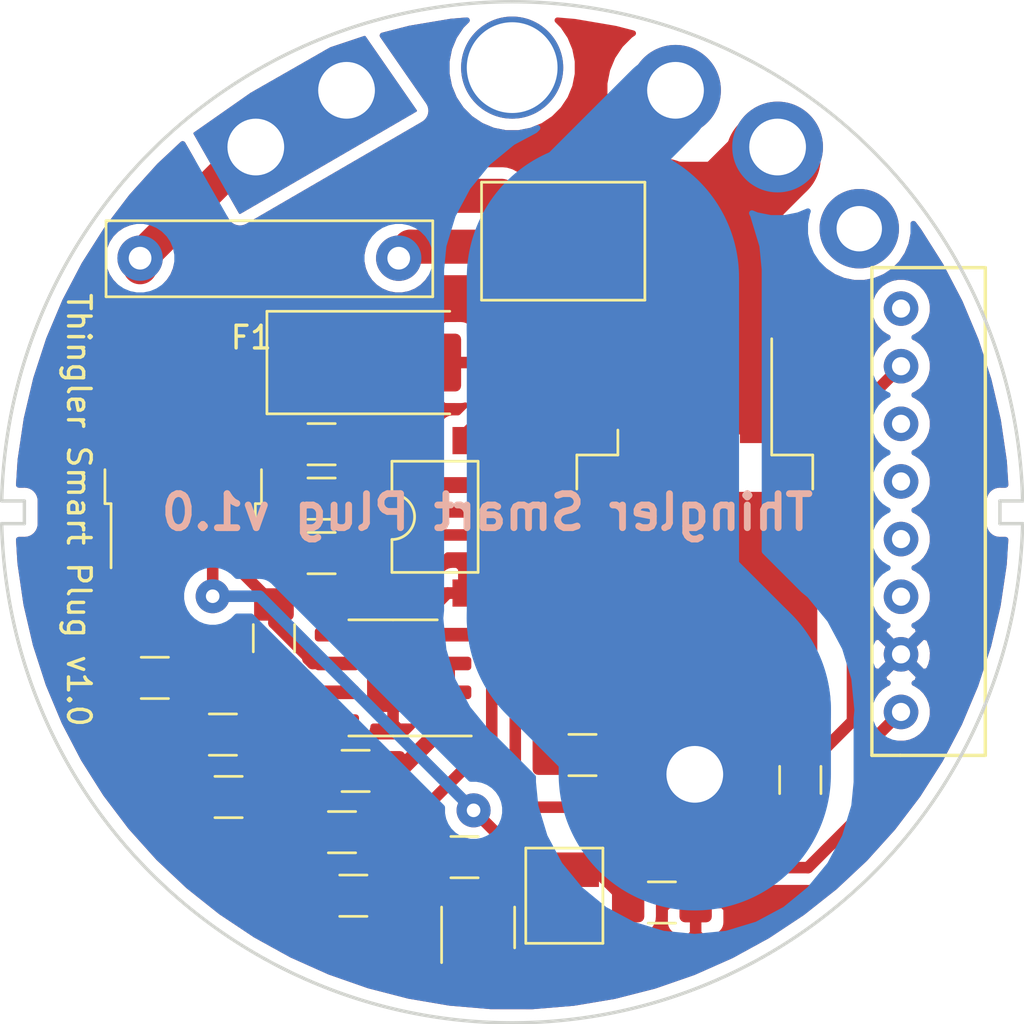
<source format=kicad_pcb>
(kicad_pcb (version 20171130) (host pcbnew "(5.1.4-0-10_14)")

  (general
    (thickness 1.6)
    (drawings 12)
    (tracks 156)
    (zones 0)
    (modules 25)
    (nets 22)
  )

  (page A4)
  (layers
    (0 F.Cu signal)
    (31 B.Cu signal)
    (32 B.Adhes user)
    (33 F.Adhes user)
    (34 B.Paste user)
    (35 F.Paste user)
    (36 B.SilkS user)
    (37 F.SilkS user)
    (38 B.Mask user hide)
    (39 F.Mask user)
    (40 Dwgs.User user hide)
    (41 Cmts.User user hide)
    (42 Eco1.User user hide)
    (43 Eco2.User user hide)
    (44 Edge.Cuts user)
    (45 Margin user)
    (46 B.CrtYd user)
    (47 F.CrtYd user)
    (48 B.Fab user hide)
    (49 F.Fab user hide)
  )

  (setup
    (last_trace_width 0.508)
    (trace_clearance 0.254)
    (zone_clearance 0.508)
    (zone_45_only no)
    (trace_min 0.2)
    (via_size 1.5)
    (via_drill 0.6)
    (via_min_size 0.6)
    (via_min_drill 0.3)
    (uvia_size 0.3)
    (uvia_drill 0.1)
    (uvias_allowed no)
    (uvia_min_size 0.2)
    (uvia_min_drill 0.1)
    (edge_width 0.15)
    (segment_width 0.2)
    (pcb_text_width 0.3)
    (pcb_text_size 1.5 1.5)
    (mod_edge_width 0.15)
    (mod_text_size 1 1)
    (mod_text_width 0.15)
    (pad_size 3.1 1.6)
    (pad_drill 0)
    (pad_to_mask_clearance 0.2)
    (aux_axis_origin 0 0)
    (visible_elements FFFFFF7F)
    (pcbplotparams
      (layerselection 0x010fc_ffffffff)
      (usegerberextensions false)
      (usegerberattributes false)
      (usegerberadvancedattributes false)
      (creategerberjobfile false)
      (excludeedgelayer true)
      (linewidth 0.100000)
      (plotframeref false)
      (viasonmask false)
      (mode 1)
      (useauxorigin false)
      (hpglpennumber 1)
      (hpglpenspeed 20)
      (hpglpendiameter 15.000000)
      (psnegative false)
      (psa4output false)
      (plotreference true)
      (plotvalue false)
      (plotinvisibletext false)
      (padsonsilk false)
      (subtractmaskfromsilk false)
      (outputformat 1)
      (mirror false)
      (drillshape 0)
      (scaleselection 1)
      (outputdirectory "Gerbers/"))
  )

  (net 0 "")
  (net 1 AC)
  (net 2 Earth)
  (net 3 +3V3)
  (net 4 NEUT)
  (net 5 /12VDC)
  (net 6 "Net-(Q1-Pad1)")
  (net 7 "Net-(R1-Pad2)")
  (net 8 "Net-(C1-Pad2)")
  (net 9 "Net-(C2-Pad1)")
  (net 10 "Net-(D1-Pad1)")
  (net 11 "Net-(D1-Pad4)")
  (net 12 "Net-(Q2-Pad3)")
  (net 13 "Net-(R3-Pad2)")
  (net 14 "Net-(R4-Pad2)")
  (net 15 "Net-(R5-Pad2)")
  (net 16 "Net-(R6-Pad1)")
  (net 17 "Net-(R5-Pad1)")
  (net 18 "Net-(R8-Pad2)")
  (net 19 "Net-(J1-Pad3)")
  (net 20 "Net-(C6-Pad2)")
  (net 21 "Net-(C6-Pad1)")

  (net_class Default "This is the default net class."
    (clearance 0.254)
    (trace_width 0.508)
    (via_dia 1.5)
    (via_drill 0.6)
    (uvia_dia 0.3)
    (uvia_drill 0.1)
    (add_net +3V3)
    (add_net /12VDC)
    (add_net Earth)
    (add_net "Net-(C1-Pad2)")
    (add_net "Net-(C2-Pad1)")
    (add_net "Net-(C6-Pad1)")
    (add_net "Net-(C6-Pad2)")
    (add_net "Net-(Q1-Pad1)")
    (add_net "Net-(R5-Pad1)")
    (add_net "Net-(R5-Pad2)")
    (add_net "Net-(R6-Pad1)")
  )

  (net_class AC230V ""
    (clearance 0.508)
    (trace_width 1.5)
    (via_dia 2)
    (via_drill 1.5)
    (uvia_dia 0.3)
    (uvia_drill 0.1)
    (add_net AC)
    (add_net "Net-(D1-Pad1)")
    (add_net "Net-(D1-Pad4)")
    (add_net "Net-(R1-Pad2)")
    (add_net "Net-(R3-Pad2)")
  )

  (net_class AC230V_HIGH_POWER ""
    (clearance 1)
    (trace_width 12)
    (via_dia 4)
    (via_drill 1.5)
    (uvia_dia 0.3)
    (uvia_drill 0.1)
    (add_net NEUT)
    (add_net "Net-(J1-Pad3)")
  )

  (net_class AC230V_LOW_POWER ""
    (clearance 0.508)
    (trace_width 0.7)
    (via_dia 1.5)
    (via_drill 0.6)
    (uvia_dia 0.3)
    (uvia_drill 0.1)
    (add_net "Net-(Q2-Pad3)")
    (add_net "Net-(R4-Pad2)")
    (add_net "Net-(R8-Pad2)")
  )

  (module smart-plug:Thingler-esp32-vertical (layer F.Cu) (tedit 60715D2F) (tstamp 60B76AF3)
    (at 194.6 101.5 180)
    (path /5F2FB7DF)
    (fp_text reference U1 (at -2.286 1.524 270) (layer F.SilkS) hide
      (effects (font (size 1 1) (thickness 0.15)))
    )
    (fp_text value THINGLER-ESP32-PICO (at -4.826 8.636 90) (layer F.Fab)
      (effects (font (size 1 1) (thickness 0.15)))
    )
    (fp_line (start -0.006 -1.916) (end 1.244 -1.916) (layer F.SilkS) (width 0.15))
    (fp_line (start 1.244 -1.916) (end 1.244 19.584) (layer F.SilkS) (width 0.15))
    (fp_line (start 1.244 19.584) (end -3.756 19.584) (layer F.SilkS) (width 0.15))
    (fp_line (start -3.756 19.584) (end -3.756 -1.916) (layer F.SilkS) (width 0.15))
    (fp_line (start -3.756 -1.916) (end -0.006 -1.916) (layer F.SilkS) (width 0.15))
    (pad 4 thru_hole circle (at -0.041 7.619 180) (size 1.524 1.524) (drill 0.8) (layers *.Cu *.Mask))
    (pad 6 thru_hole circle (at -0.041 12.699 180) (size 1.524 1.524) (drill 0.8) (layers *.Cu *.Mask))
    (pad 1 thru_hole circle (at -0.041 -0.001 180) (size 1.524 1.524) (drill 0.8) (layers *.Cu *.Mask)
      (net 3 +3V3))
    (pad 3 thru_hole circle (at -0.041 5.079 180) (size 1.524 1.524) (drill 0.8) (layers *.Cu *.Mask))
    (pad 5 thru_hole circle (at -0.041 10.159 180) (size 1.524 1.524) (drill 0.8) (layers *.Cu *.Mask))
    (pad 2 thru_hole circle (at -0.041 2.539 180) (size 1.524 1.524) (drill 0.8) (layers *.Cu *.Mask)
      (net 2 Earth))
    (pad 8 thru_hole circle (at -0.041 17.779 180) (size 1.524 1.524) (drill 0.8) (layers *.Cu *.Mask))
    (pad 7 thru_hole circle (at -0.041 15.239 180) (size 1.524 1.524) (drill 0.8) (layers *.Cu *.Mask)
      (net 15 "Net-(R5-Pad2)"))
  )

  (module smart-plug:ABS10A (layer F.Cu) (tedit 5E0E1A9F) (tstamp 6071BFF8)
    (at 179.75 80.75 90)
    (path /5E1784CC)
    (fp_text reference D1 (at 0 4.6 90) (layer F.SilkS) hide
      (effects (font (size 1 1) (thickness 0.15)))
    )
    (fp_text value ABS10A (at 0 -4.5 90) (layer F.Fab)
      (effects (font (size 1 1) (thickness 0.15)))
    )
    (fp_line (start -2.7 3.7) (end 2.7 3.7) (layer F.CrtYd) (width 0.05))
    (fp_line (start 2.7 3.7) (end 2.7 -3.7) (layer F.CrtYd) (width 0.05))
    (fp_line (start 2.7 -3.7) (end -2.7 -3.7) (layer F.CrtYd) (width 0.05))
    (fp_line (start -2.6 3.6) (end 2.6 3.6) (layer F.SilkS) (width 0.12))
    (fp_line (start -2.7 -3.7) (end -2.7 3.7) (layer F.CrtYd) (width 0.05))
    (fp_line (start 2.6 3.6) (end 2.6 -3.6) (layer F.SilkS) (width 0.12))
    (fp_line (start -2.6 -3.6) (end -2.6 3.6) (layer F.SilkS) (width 0.12))
    (fp_line (start 2.6 -3.6) (end -2.6 -3.6) (layer F.SilkS) (width 0.12))
    (pad 1 smd rect (at 2 -2.725 90) (size 1 1.45) (layers F.Cu F.Paste F.Mask)
      (net 10 "Net-(D1-Pad1)"))
    (pad 2 smd rect (at 2 2.725 90) (size 1 1.45) (layers F.Cu F.Paste F.Mask)
      (net 4 NEUT))
    (pad 3 smd rect (at -2 -2.725 90) (size 1 1.45) (layers F.Cu F.Paste F.Mask)
      (net 2 Earth))
    (pad 4 smd rect (at -2 2.725 90) (size 1 1.45) (layers F.Cu F.Paste F.Mask)
      (net 11 "Net-(D1-Pad4)"))
  )

  (module smart-plug:Fuse (layer F.Cu) (tedit 6072DFED) (tstamp 6072E15A)
    (at 172.5 81.5 180)
    (descr "Littelfuse, resettable fuse, PTC, polyswitch LVR100, Ih 1A http://www.littelfuse.com/~/media/electronics/datasheets/resettable_ptcs/littelfuse_ptc_lvr_catalog_datasheet.pdf.pdf")
    (tags "LVR100 PTC resettable polyswitch ")
    (path /5E1784D1)
    (fp_text reference F1 (at 6.5 -3.5) (layer F.SilkS)
      (effects (font (size 1 1) (thickness 0.15)))
    )
    (fp_text value "Fuse 1A" (at 5.5 3.6) (layer F.Fab)
      (effects (font (size 1 1) (thickness 0.15)))
    )
    (fp_text user %R (at 6 0) (layer F.Fab)
      (effects (font (size 1 1) (thickness 0.15)))
    )
    (fp_line (start -1.4 1.55) (end 12.8 1.55) (layer F.Fab) (width 0.1))
    (fp_line (start 12.8 1.55) (end 12.8 -1.6) (layer F.Fab) (width 0.1))
    (fp_line (start 12.8 -1.6) (end -1.4 -1.6) (layer F.Fab) (width 0.1))
    (fp_line (start -1.4 -1.6) (end -1.4 1.55) (layer F.Fab) (width 0.1))
    (fp_line (start -1.7 -1.8) (end 13.1 -1.8) (layer F.CrtYd) (width 0.05))
    (fp_line (start -1.7 -1.8) (end -1.7 1.8) (layer F.CrtYd) (width 0.05))
    (fp_line (start 13.1 1.8) (end 13.1 -1.8) (layer F.CrtYd) (width 0.05))
    (fp_line (start 13.1 1.8) (end -1.7 1.8) (layer F.CrtYd) (width 0.05))
    (fp_line (start -1.5 -1.7) (end 12.9 -1.7) (layer F.SilkS) (width 0.12))
    (fp_line (start -1.5 -1.7) (end -1.5 1.65) (layer F.SilkS) (width 0.12))
    (fp_line (start 12.9 1.65) (end 12.9 -1.7) (layer F.SilkS) (width 0.12))
    (fp_line (start 12.9 1.65) (end -1.5 1.65) (layer F.SilkS) (width 0.12))
    (pad 1 thru_hole circle (at 0 0 180) (size 2 2) (drill 1) (layers *.Cu *.Mask)
      (net 11 "Net-(D1-Pad4)"))
    (pad 2 thru_hole circle (at 11.4 0 180) (size 2 2) (drill 1) (layers *.Cu *.Mask)
      (net 1 AC))
    (model ${KISYS3DMOD}/Fuse.3dshapes/Fuse_Littelfuse-LVR100.wrl
      (at (xyz 0 0 0))
      (scale (xyz 1 1 1))
      (rotate (xyz 0 0 0))
    )
  )

  (module Resistor_SMD:R_1206_3216Metric_Pad1.42x1.75mm_HandSolder (layer F.Cu) (tedit 5B301BBD) (tstamp 6071C072)
    (at 161.75 100)
    (descr "Resistor SMD 1206 (3216 Metric), square (rectangular) end terminal, IPC_7351 nominal with elongated pad for handsoldering. (Body size source: http://www.tortai-tech.com/upload/download/2011102023233369053.pdf), generated with kicad-footprint-generator")
    (tags "resistor handsolder")
    (path /5E465E83)
    (attr smd)
    (fp_text reference R1 (at 0 -1.82) (layer F.SilkS) hide
      (effects (font (size 1 1) (thickness 0.15)))
    )
    (fp_text value 200k (at 0 1.82) (layer F.Fab)
      (effects (font (size 1 1) (thickness 0.15)))
    )
    (fp_text user %R (at 0 0) (layer F.Fab)
      (effects (font (size 0.8 0.8) (thickness 0.12)))
    )
    (fp_line (start 2.45 1.12) (end -2.45 1.12) (layer F.CrtYd) (width 0.05))
    (fp_line (start 2.45 -1.12) (end 2.45 1.12) (layer F.CrtYd) (width 0.05))
    (fp_line (start -2.45 -1.12) (end 2.45 -1.12) (layer F.CrtYd) (width 0.05))
    (fp_line (start -2.45 1.12) (end -2.45 -1.12) (layer F.CrtYd) (width 0.05))
    (fp_line (start -0.602064 0.91) (end 0.602064 0.91) (layer F.SilkS) (width 0.12))
    (fp_line (start -0.602064 -0.91) (end 0.602064 -0.91) (layer F.SilkS) (width 0.12))
    (fp_line (start 1.6 0.8) (end -1.6 0.8) (layer F.Fab) (width 0.1))
    (fp_line (start 1.6 -0.8) (end 1.6 0.8) (layer F.Fab) (width 0.1))
    (fp_line (start -1.6 -0.8) (end 1.6 -0.8) (layer F.Fab) (width 0.1))
    (fp_line (start -1.6 0.8) (end -1.6 -0.8) (layer F.Fab) (width 0.1))
    (pad 2 smd roundrect (at 1.4875 0) (size 1.425 1.75) (layers F.Cu F.Paste F.Mask) (roundrect_rratio 0.175439)
      (net 7 "Net-(R1-Pad2)"))
    (pad 1 smd roundrect (at -1.4875 0) (size 1.425 1.75) (layers F.Cu F.Paste F.Mask) (roundrect_rratio 0.175439)
      (net 10 "Net-(D1-Pad1)"))
    (model ${KISYS3DMOD}/Resistor_SMD.3dshapes/R_1206_3216Metric.wrl
      (at (xyz 0 0 0))
      (scale (xyz 1 1 1))
      (rotate (xyz 0 0 0))
    )
  )

  (module Capacitor_SMD:C_1206_3216Metric_Pad1.42x1.75mm_HandSolder (layer F.Cu) (tedit 5B301BBE) (tstamp 6071BFD7)
    (at 170.5 109.6)
    (descr "Capacitor SMD 1206 (3216 Metric), square (rectangular) end terminal, IPC_7351 nominal with elongated pad for handsoldering. (Body size source: http://www.tortai-tech.com/upload/download/2011102023233369053.pdf), generated with kicad-footprint-generator")
    (tags "capacitor handsolder")
    (path /5E4B016D)
    (attr smd)
    (fp_text reference C6 (at 0 -1.82) (layer F.SilkS) hide
      (effects (font (size 1 1) (thickness 0.15)))
    )
    (fp_text value 100n (at 0 1.82) (layer F.Fab)
      (effects (font (size 1 1) (thickness 0.15)))
    )
    (fp_line (start -1.6 0.8) (end -1.6 -0.8) (layer F.Fab) (width 0.1))
    (fp_line (start -1.6 -0.8) (end 1.6 -0.8) (layer F.Fab) (width 0.1))
    (fp_line (start 1.6 -0.8) (end 1.6 0.8) (layer F.Fab) (width 0.1))
    (fp_line (start 1.6 0.8) (end -1.6 0.8) (layer F.Fab) (width 0.1))
    (fp_line (start -0.602064 -0.91) (end 0.602064 -0.91) (layer F.SilkS) (width 0.12))
    (fp_line (start -0.602064 0.91) (end 0.602064 0.91) (layer F.SilkS) (width 0.12))
    (fp_line (start -2.45 1.12) (end -2.45 -1.12) (layer F.CrtYd) (width 0.05))
    (fp_line (start -2.45 -1.12) (end 2.45 -1.12) (layer F.CrtYd) (width 0.05))
    (fp_line (start 2.45 -1.12) (end 2.45 1.12) (layer F.CrtYd) (width 0.05))
    (fp_line (start 2.45 1.12) (end -2.45 1.12) (layer F.CrtYd) (width 0.05))
    (fp_text user %R (at 0 0) (layer F.Fab)
      (effects (font (size 0.8 0.8) (thickness 0.12)))
    )
    (pad 1 smd roundrect (at -1.4875 0) (size 1.425 1.75) (layers F.Cu F.Paste F.Mask) (roundrect_rratio 0.175439)
      (net 21 "Net-(C6-Pad1)"))
    (pad 2 smd roundrect (at 1.4875 0) (size 1.425 1.75) (layers F.Cu F.Paste F.Mask) (roundrect_rratio 0.175439)
      (net 20 "Net-(C6-Pad2)"))
    (model ${KISYS3DMOD}/Capacitor_SMD.3dshapes/C_1206_3216Metric.wrl
      (at (xyz 0 0 0))
      (scale (xyz 1 1 1))
      (rotate (xyz 0 0 0))
    )
  )

  (module Resistor_SMD:R_1206_3216Metric_Pad1.42x1.75mm_HandSolder (layer F.Cu) (tedit 5B301BBD) (tstamp 60721102)
    (at 170.6 104.1)
    (descr "Resistor SMD 1206 (3216 Metric), square (rectangular) end terminal, IPC_7351 nominal with elongated pad for handsoldering. (Body size source: http://www.tortai-tech.com/upload/download/2011102023233369053.pdf), generated with kicad-footprint-generator")
    (tags "resistor handsolder")
    (path /5E463D6E)
    (attr smd)
    (fp_text reference R4 (at 0 -1.82) (layer F.SilkS) hide
      (effects (font (size 1 1) (thickness 0.15)))
    )
    (fp_text value 510k (at 0 1.82) (layer F.Fab)
      (effects (font (size 1 1) (thickness 0.15)))
    )
    (fp_line (start -1.6 0.8) (end -1.6 -0.8) (layer F.Fab) (width 0.1))
    (fp_line (start -1.6 -0.8) (end 1.6 -0.8) (layer F.Fab) (width 0.1))
    (fp_line (start 1.6 -0.8) (end 1.6 0.8) (layer F.Fab) (width 0.1))
    (fp_line (start 1.6 0.8) (end -1.6 0.8) (layer F.Fab) (width 0.1))
    (fp_line (start -0.602064 -0.91) (end 0.602064 -0.91) (layer F.SilkS) (width 0.12))
    (fp_line (start -0.602064 0.91) (end 0.602064 0.91) (layer F.SilkS) (width 0.12))
    (fp_line (start -2.45 1.12) (end -2.45 -1.12) (layer F.CrtYd) (width 0.05))
    (fp_line (start -2.45 -1.12) (end 2.45 -1.12) (layer F.CrtYd) (width 0.05))
    (fp_line (start 2.45 -1.12) (end 2.45 1.12) (layer F.CrtYd) (width 0.05))
    (fp_line (start 2.45 1.12) (end -2.45 1.12) (layer F.CrtYd) (width 0.05))
    (fp_text user %R (at 0 0) (layer F.Fab)
      (effects (font (size 0.8 0.8) (thickness 0.12)))
    )
    (pad 1 smd roundrect (at -1.4875 0) (size 1.425 1.75) (layers F.Cu F.Paste F.Mask) (roundrect_rratio 0.175439)
      (net 13 "Net-(R3-Pad2)"))
    (pad 2 smd roundrect (at 1.4875 0) (size 1.425 1.75) (layers F.Cu F.Paste F.Mask) (roundrect_rratio 0.175439)
      (net 14 "Net-(R4-Pad2)"))
    (model ${KISYS3DMOD}/Resistor_SMD.3dshapes/R_1206_3216Metric.wrl
      (at (xyz 0 0 0))
      (scale (xyz 1 1 1))
      (rotate (xyz 0 0 0))
    )
  )

  (module Resistor_SMD:R_1206_3216Metric_Pad1.42x1.75mm_HandSolder (layer F.Cu) (tedit 5B301BBD) (tstamp 6071C0E9)
    (at 180.6 103.4 180)
    (descr "Resistor SMD 1206 (3216 Metric), square (rectangular) end terminal, IPC_7351 nominal with elongated pad for handsoldering. (Body size source: http://www.tortai-tech.com/upload/download/2011102023233369053.pdf), generated with kicad-footprint-generator")
    (tags "resistor handsolder")
    (path /5E1784CA)
    (attr smd)
    (fp_text reference R8 (at 0 -1.82) (layer F.SilkS) hide
      (effects (font (size 1 1) (thickness 0.15)))
    )
    (fp_text value 180 (at 0 1.82) (layer F.Fab)
      (effects (font (size 1 1) (thickness 0.15)))
    )
    (fp_text user %R (at 0 0) (layer F.Fab)
      (effects (font (size 0.8 0.8) (thickness 0.12)))
    )
    (fp_line (start 2.45 1.12) (end -2.45 1.12) (layer F.CrtYd) (width 0.05))
    (fp_line (start 2.45 -1.12) (end 2.45 1.12) (layer F.CrtYd) (width 0.05))
    (fp_line (start -2.45 -1.12) (end 2.45 -1.12) (layer F.CrtYd) (width 0.05))
    (fp_line (start -2.45 1.12) (end -2.45 -1.12) (layer F.CrtYd) (width 0.05))
    (fp_line (start -0.602064 0.91) (end 0.602064 0.91) (layer F.SilkS) (width 0.12))
    (fp_line (start -0.602064 -0.91) (end 0.602064 -0.91) (layer F.SilkS) (width 0.12))
    (fp_line (start 1.6 0.8) (end -1.6 0.8) (layer F.Fab) (width 0.1))
    (fp_line (start 1.6 -0.8) (end 1.6 0.8) (layer F.Fab) (width 0.1))
    (fp_line (start -1.6 -0.8) (end 1.6 -0.8) (layer F.Fab) (width 0.1))
    (fp_line (start -1.6 0.8) (end -1.6 -0.8) (layer F.Fab) (width 0.1))
    (pad 2 smd roundrect (at 1.4875 0 180) (size 1.425 1.75) (layers F.Cu F.Paste F.Mask) (roundrect_rratio 0.175439)
      (net 18 "Net-(R8-Pad2)"))
    (pad 1 smd roundrect (at -1.4875 0 180) (size 1.425 1.75) (layers F.Cu F.Paste F.Mask) (roundrect_rratio 0.175439)
      (net 19 "Net-(J1-Pad3)"))
    (model ${KISYS3DMOD}/Resistor_SMD.3dshapes/R_1206_3216Metric.wrl
      (at (xyz 0 0 0))
      (scale (xyz 1 1 1))
      (rotate (xyz 0 0 0))
    )
  )

  (module Resistor_SMD:R_1206_3216Metric_Pad1.42x1.75mm_HandSolder (layer F.Cu) (tedit 5B301BBD) (tstamp 60720735)
    (at 190.2 104.5 90)
    (descr "Resistor SMD 1206 (3216 Metric), square (rectangular) end terminal, IPC_7351 nominal with elongated pad for handsoldering. (Body size source: http://www.tortai-tech.com/upload/download/2011102023233369053.pdf), generated with kicad-footprint-generator")
    (tags "resistor handsolder")
    (path /5BD8CFCC)
    (attr smd)
    (fp_text reference R5 (at 0 -1.82 90) (layer F.SilkS) hide
      (effects (font (size 1 1) (thickness 0.15)))
    )
    (fp_text value 210 (at 0 1.82 90) (layer F.Fab)
      (effects (font (size 1 1) (thickness 0.15)))
    )
    (fp_line (start -1.6 0.8) (end -1.6 -0.8) (layer F.Fab) (width 0.1))
    (fp_line (start -1.6 -0.8) (end 1.6 -0.8) (layer F.Fab) (width 0.1))
    (fp_line (start 1.6 -0.8) (end 1.6 0.8) (layer F.Fab) (width 0.1))
    (fp_line (start 1.6 0.8) (end -1.6 0.8) (layer F.Fab) (width 0.1))
    (fp_line (start -0.602064 -0.91) (end 0.602064 -0.91) (layer F.SilkS) (width 0.12))
    (fp_line (start -0.602064 0.91) (end 0.602064 0.91) (layer F.SilkS) (width 0.12))
    (fp_line (start -2.45 1.12) (end -2.45 -1.12) (layer F.CrtYd) (width 0.05))
    (fp_line (start -2.45 -1.12) (end 2.45 -1.12) (layer F.CrtYd) (width 0.05))
    (fp_line (start 2.45 -1.12) (end 2.45 1.12) (layer F.CrtYd) (width 0.05))
    (fp_line (start 2.45 1.12) (end -2.45 1.12) (layer F.CrtYd) (width 0.05))
    (fp_text user %R (at 0 0 90) (layer F.Fab)
      (effects (font (size 0.8 0.8) (thickness 0.12)))
    )
    (pad 1 smd roundrect (at -1.4875 0 90) (size 1.425 1.75) (layers F.Cu F.Paste F.Mask) (roundrect_rratio 0.175439)
      (net 17 "Net-(R5-Pad1)"))
    (pad 2 smd roundrect (at 1.4875 0 90) (size 1.425 1.75) (layers F.Cu F.Paste F.Mask) (roundrect_rratio 0.175439)
      (net 15 "Net-(R5-Pad2)"))
    (model ${KISYS3DMOD}/Resistor_SMD.3dshapes/R_1206_3216Metric.wrl
      (at (xyz 0 0 0))
      (scale (xyz 1 1 1))
      (rotate (xyz 0 0 0))
    )
  )

  (module Capacitor_SMD:C_1206_3216Metric_Pad1.42x1.75mm_HandSolder (layer F.Cu) (tedit 5B301BBE) (tstamp 6071F38A)
    (at 170 106.8 180)
    (descr "Capacitor SMD 1206 (3216 Metric), square (rectangular) end terminal, IPC_7351 nominal with elongated pad for handsoldering. (Body size source: http://www.tortai-tech.com/upload/download/2011102023233369053.pdf), generated with kicad-footprint-generator")
    (tags "capacitor handsolder")
    (path /5E472111)
    (attr smd)
    (fp_text reference C2 (at 0 -1.82) (layer F.SilkS) hide
      (effects (font (size 1 1) (thickness 0.15)))
    )
    (fp_text value 100n (at 0 1.82) (layer F.Fab)
      (effects (font (size 1 1) (thickness 0.15)))
    )
    (fp_line (start -1.6 0.8) (end -1.6 -0.8) (layer F.Fab) (width 0.1))
    (fp_line (start -1.6 -0.8) (end 1.6 -0.8) (layer F.Fab) (width 0.1))
    (fp_line (start 1.6 -0.8) (end 1.6 0.8) (layer F.Fab) (width 0.1))
    (fp_line (start 1.6 0.8) (end -1.6 0.8) (layer F.Fab) (width 0.1))
    (fp_line (start -0.602064 -0.91) (end 0.602064 -0.91) (layer F.SilkS) (width 0.12))
    (fp_line (start -0.602064 0.91) (end 0.602064 0.91) (layer F.SilkS) (width 0.12))
    (fp_line (start -2.45 1.12) (end -2.45 -1.12) (layer F.CrtYd) (width 0.05))
    (fp_line (start -2.45 -1.12) (end 2.45 -1.12) (layer F.CrtYd) (width 0.05))
    (fp_line (start 2.45 -1.12) (end 2.45 1.12) (layer F.CrtYd) (width 0.05))
    (fp_line (start 2.45 1.12) (end -2.45 1.12) (layer F.CrtYd) (width 0.05))
    (fp_text user %R (at 0 0) (layer F.Fab)
      (effects (font (size 0.8 0.8) (thickness 0.12)))
    )
    (pad 1 smd roundrect (at -1.4875 0 180) (size 1.425 1.75) (layers F.Cu F.Paste F.Mask) (roundrect_rratio 0.175439)
      (net 9 "Net-(C2-Pad1)"))
    (pad 2 smd roundrect (at 1.4875 0 180) (size 1.425 1.75) (layers F.Cu F.Paste F.Mask) (roundrect_rratio 0.175439)
      (net 2 Earth))
    (model ${KISYS3DMOD}/Capacitor_SMD.3dshapes/C_1206_3216Metric.wrl
      (at (xyz 0 0 0))
      (scale (xyz 1 1 1))
      (rotate (xyz 0 0 0))
    )
  )

  (module Capacitor_Tantalum_SMD:CP_EIA-7343-15_Kemet-W (layer F.Cu) (tedit 5B301BBE) (tstamp 6071BFB5)
    (at 171.1 86.1)
    (descr "Tantalum Capacitor SMD Kemet-W (7343-15 Metric), IPC_7351 nominal, (Body size from: http://www.kemet.com/Lists/ProductCatalog/Attachments/253/KEM_TC101_STD.pdf), generated with kicad-footprint-generator")
    (tags "capacitor tantalum")
    (path /5E53D30F)
    (attr smd)
    (fp_text reference C4 (at 0 -0.1) (layer F.SilkS) hide
      (effects (font (size 1 1) (thickness 0.15)))
    )
    (fp_text value 470u (at 0 3.1) (layer F.Fab)
      (effects (font (size 1 1) (thickness 0.15)))
    )
    (fp_line (start 3.65 -2.15) (end -2.65 -2.15) (layer F.Fab) (width 0.1))
    (fp_line (start -2.65 -2.15) (end -3.65 -1.15) (layer F.Fab) (width 0.1))
    (fp_line (start -3.65 -1.15) (end -3.65 2.15) (layer F.Fab) (width 0.1))
    (fp_line (start -3.65 2.15) (end 3.65 2.15) (layer F.Fab) (width 0.1))
    (fp_line (start 3.65 2.15) (end 3.65 -2.15) (layer F.Fab) (width 0.1))
    (fp_line (start 3.65 -2.26) (end -4.41 -2.26) (layer F.SilkS) (width 0.12))
    (fp_line (start -4.41 -2.26) (end -4.41 2.26) (layer F.SilkS) (width 0.12))
    (fp_line (start -4.41 2.26) (end 3.65 2.26) (layer F.SilkS) (width 0.12))
    (fp_line (start -4.4 2.4) (end -4.4 -2.4) (layer F.CrtYd) (width 0.05))
    (fp_line (start -4.4 -2.4) (end 4.4 -2.4) (layer F.CrtYd) (width 0.05))
    (fp_line (start 4.4 -2.4) (end 4.4 2.4) (layer F.CrtYd) (width 0.05))
    (fp_line (start 4.4 2.4) (end -4.4 2.4) (layer F.CrtYd) (width 0.05))
    (fp_text user %R (at 0 0) (layer F.Fab)
      (effects (font (size 1 1) (thickness 0.15)))
    )
    (pad 1 smd roundrect (at -3.1125 0) (size 2.075 2.55) (layers F.Cu F.Paste F.Mask) (roundrect_rratio 0.120482)
      (net 5 /12VDC))
    (pad 2 smd roundrect (at 3.1125 0) (size 2.075 2.55) (layers F.Cu F.Paste F.Mask) (roundrect_rratio 0.120482)
      (net 2 Earth))
    (model ${KISYS3DMOD}/Capacitor_Tantalum_SMD.3dshapes/CP_EIA-7343-15_Kemet-W.wrl
      (at (xyz 0 0 0))
      (scale (xyz 1 1 1))
      (rotate (xyz 0 0 0))
    )
  )

  (module Resistor_SMD:R_1206_3216Metric_Pad1.42x1.75mm_HandSolder (layer F.Cu) (tedit 5B301BBD) (tstamp 6071E5FA)
    (at 169.1 94.5 180)
    (descr "Resistor SMD 1206 (3216 Metric), square (rectangular) end terminal, IPC_7351 nominal with elongated pad for handsoldering. (Body size source: http://www.tortai-tech.com/upload/download/2011102023233369053.pdf), generated with kicad-footprint-generator")
    (tags "resistor handsolder")
    (path /5E47DD37)
    (attr smd)
    (fp_text reference R7 (at 0 -1.82) (layer F.SilkS) hide
      (effects (font (size 1 1) (thickness 0.15)))
    )
    (fp_text value 12.4k (at 0 1.82) (layer F.Fab)
      (effects (font (size 1 1) (thickness 0.15)))
    )
    (fp_text user %R (at 0 0) (layer F.Fab)
      (effects (font (size 0.8 0.8) (thickness 0.12)))
    )
    (fp_line (start 2.45 1.12) (end -2.45 1.12) (layer F.CrtYd) (width 0.05))
    (fp_line (start 2.45 -1.12) (end 2.45 1.12) (layer F.CrtYd) (width 0.05))
    (fp_line (start -2.45 -1.12) (end 2.45 -1.12) (layer F.CrtYd) (width 0.05))
    (fp_line (start -2.45 1.12) (end -2.45 -1.12) (layer F.CrtYd) (width 0.05))
    (fp_line (start -0.602064 0.91) (end 0.602064 0.91) (layer F.SilkS) (width 0.12))
    (fp_line (start -0.602064 -0.91) (end 0.602064 -0.91) (layer F.SilkS) (width 0.12))
    (fp_line (start 1.6 0.8) (end -1.6 0.8) (layer F.Fab) (width 0.1))
    (fp_line (start 1.6 -0.8) (end 1.6 0.8) (layer F.Fab) (width 0.1))
    (fp_line (start -1.6 -0.8) (end 1.6 -0.8) (layer F.Fab) (width 0.1))
    (fp_line (start -1.6 0.8) (end -1.6 -0.8) (layer F.Fab) (width 0.1))
    (pad 2 smd roundrect (at 1.4875 0 180) (size 1.425 1.75) (layers F.Cu F.Paste F.Mask) (roundrect_rratio 0.175439)
      (net 16 "Net-(R6-Pad1)"))
    (pad 1 smd roundrect (at -1.4875 0 180) (size 1.425 1.75) (layers F.Cu F.Paste F.Mask) (roundrect_rratio 0.175439)
      (net 2 Earth))
    (model ${KISYS3DMOD}/Resistor_SMD.3dshapes/R_1206_3216Metric.wrl
      (at (xyz 0 0 0))
      (scale (xyz 1 1 1))
      (rotate (xyz 0 0 0))
    )
  )

  (module Capacitor_SMD:C_1206_3216Metric_Pad1.42x1.75mm_HandSolder (layer F.Cu) (tedit 5B301BBE) (tstamp 6071BF80)
    (at 167 98.25 270)
    (descr "Capacitor SMD 1206 (3216 Metric), square (rectangular) end terminal, IPC_7351 nominal with elongated pad for handsoldering. (Body size source: http://www.tortai-tech.com/upload/download/2011102023233369053.pdf), generated with kicad-footprint-generator")
    (tags "capacitor handsolder")
    (path /5E467735)
    (attr smd)
    (fp_text reference C1 (at 0 -1.82 90) (layer F.SilkS) hide
      (effects (font (size 1 1) (thickness 0.15)))
    )
    (fp_text value 100n (at 0 1.82 90) (layer F.Fab)
      (effects (font (size 1 1) (thickness 0.15)))
    )
    (fp_line (start -1.6 0.8) (end -1.6 -0.8) (layer F.Fab) (width 0.1))
    (fp_line (start -1.6 -0.8) (end 1.6 -0.8) (layer F.Fab) (width 0.1))
    (fp_line (start 1.6 -0.8) (end 1.6 0.8) (layer F.Fab) (width 0.1))
    (fp_line (start 1.6 0.8) (end -1.6 0.8) (layer F.Fab) (width 0.1))
    (fp_line (start -0.602064 -0.91) (end 0.602064 -0.91) (layer F.SilkS) (width 0.12))
    (fp_line (start -0.602064 0.91) (end 0.602064 0.91) (layer F.SilkS) (width 0.12))
    (fp_line (start -2.45 1.12) (end -2.45 -1.12) (layer F.CrtYd) (width 0.05))
    (fp_line (start -2.45 -1.12) (end 2.45 -1.12) (layer F.CrtYd) (width 0.05))
    (fp_line (start 2.45 -1.12) (end 2.45 1.12) (layer F.CrtYd) (width 0.05))
    (fp_line (start 2.45 1.12) (end -2.45 1.12) (layer F.CrtYd) (width 0.05))
    (fp_text user %R (at 0 0 90) (layer F.Fab)
      (effects (font (size 0.8 0.8) (thickness 0.12)))
    )
    (pad 1 smd roundrect (at -1.4875 0 270) (size 1.425 1.75) (layers F.Cu F.Paste F.Mask) (roundrect_rratio 0.175439)
      (net 5 /12VDC))
    (pad 2 smd roundrect (at 1.4875 0 270) (size 1.425 1.75) (layers F.Cu F.Paste F.Mask) (roundrect_rratio 0.175439)
      (net 8 "Net-(C1-Pad2)"))
    (model ${KISYS3DMOD}/Capacitor_SMD.3dshapes/C_1206_3216Metric.wrl
      (at (xyz 0 0 0))
      (scale (xyz 1 1 1))
      (rotate (xyz 0 0 0))
    )
  )

  (module Capacitor_SMD:C_1206_3216Metric_Pad1.42x1.75mm_HandSolder (layer F.Cu) (tedit 5B301BBE) (tstamp 6071BFA2)
    (at 169.1 89.7 180)
    (descr "Capacitor SMD 1206 (3216 Metric), square (rectangular) end terminal, IPC_7351 nominal with elongated pad for handsoldering. (Body size source: http://www.tortai-tech.com/upload/download/2011102023233369053.pdf), generated with kicad-footprint-generator")
    (tags "capacitor handsolder")
    (path /5E47510B)
    (attr smd)
    (fp_text reference C3 (at 0 -1.82) (layer F.SilkS) hide
      (effects (font (size 1 1) (thickness 0.15)))
    )
    (fp_text value 100n (at 0 1.82) (layer F.Fab)
      (effects (font (size 1 1) (thickness 0.15)))
    )
    (fp_line (start -1.6 0.8) (end -1.6 -0.8) (layer F.Fab) (width 0.1))
    (fp_line (start -1.6 -0.8) (end 1.6 -0.8) (layer F.Fab) (width 0.1))
    (fp_line (start 1.6 -0.8) (end 1.6 0.8) (layer F.Fab) (width 0.1))
    (fp_line (start 1.6 0.8) (end -1.6 0.8) (layer F.Fab) (width 0.1))
    (fp_line (start -0.602064 -0.91) (end 0.602064 -0.91) (layer F.SilkS) (width 0.12))
    (fp_line (start -0.602064 0.91) (end 0.602064 0.91) (layer F.SilkS) (width 0.12))
    (fp_line (start -2.45 1.12) (end -2.45 -1.12) (layer F.CrtYd) (width 0.05))
    (fp_line (start -2.45 -1.12) (end 2.45 -1.12) (layer F.CrtYd) (width 0.05))
    (fp_line (start 2.45 -1.12) (end 2.45 1.12) (layer F.CrtYd) (width 0.05))
    (fp_line (start 2.45 1.12) (end -2.45 1.12) (layer F.CrtYd) (width 0.05))
    (fp_text user %R (at 0 0) (layer F.Fab)
      (effects (font (size 0.8 0.8) (thickness 0.12)))
    )
    (pad 1 smd roundrect (at -1.4875 0 180) (size 1.425 1.75) (layers F.Cu F.Paste F.Mask) (roundrect_rratio 0.175439)
      (net 2 Earth))
    (pad 2 smd roundrect (at 1.4875 0 180) (size 1.425 1.75) (layers F.Cu F.Paste F.Mask) (roundrect_rratio 0.175439)
      (net 5 /12VDC))
    (model ${KISYS3DMOD}/Capacitor_SMD.3dshapes/C_1206_3216Metric.wrl
      (at (xyz 0 0 0))
      (scale (xyz 1 1 1))
      (rotate (xyz 0 0 0))
    )
  )

  (module Capacitor_SMD:C_1206_3216Metric_Pad1.42x1.75mm_HandSolder (layer F.Cu) (tedit 5B301BBE) (tstamp 6071BFC6)
    (at 175.4 107.9 180)
    (descr "Capacitor SMD 1206 (3216 Metric), square (rectangular) end terminal, IPC_7351 nominal with elongated pad for handsoldering. (Body size source: http://www.tortai-tech.com/upload/download/2011102023233369053.pdf), generated with kicad-footprint-generator")
    (tags "capacitor handsolder")
    (path /5F42FE6E)
    (attr smd)
    (fp_text reference C5 (at 0 -1.82) (layer F.SilkS) hide
      (effects (font (size 1 1) (thickness 0.15)))
    )
    (fp_text value 100n (at 0 1.82) (layer F.Fab)
      (effects (font (size 1 1) (thickness 0.15)))
    )
    (fp_text user %R (at 0 0) (layer F.Fab)
      (effects (font (size 0.8 0.8) (thickness 0.12)))
    )
    (fp_line (start 2.45 1.12) (end -2.45 1.12) (layer F.CrtYd) (width 0.05))
    (fp_line (start 2.45 -1.12) (end 2.45 1.12) (layer F.CrtYd) (width 0.05))
    (fp_line (start -2.45 -1.12) (end 2.45 -1.12) (layer F.CrtYd) (width 0.05))
    (fp_line (start -2.45 1.12) (end -2.45 -1.12) (layer F.CrtYd) (width 0.05))
    (fp_line (start -0.602064 0.91) (end 0.602064 0.91) (layer F.SilkS) (width 0.12))
    (fp_line (start -0.602064 -0.91) (end 0.602064 -0.91) (layer F.SilkS) (width 0.12))
    (fp_line (start 1.6 0.8) (end -1.6 0.8) (layer F.Fab) (width 0.1))
    (fp_line (start 1.6 -0.8) (end 1.6 0.8) (layer F.Fab) (width 0.1))
    (fp_line (start -1.6 -0.8) (end 1.6 -0.8) (layer F.Fab) (width 0.1))
    (fp_line (start -1.6 0.8) (end -1.6 -0.8) (layer F.Fab) (width 0.1))
    (pad 2 smd roundrect (at 1.4875 0 180) (size 1.425 1.75) (layers F.Cu F.Paste F.Mask) (roundrect_rratio 0.175439)
      (net 2 Earth))
    (pad 1 smd roundrect (at -1.4875 0 180) (size 1.425 1.75) (layers F.Cu F.Paste F.Mask) (roundrect_rratio 0.175439)
      (net 5 /12VDC))
    (model ${KISYS3DMOD}/Capacitor_SMD.3dshapes/C_1206_3216Metric.wrl
      (at (xyz 0 0 0))
      (scale (xyz 1 1 1))
      (rotate (xyz 0 0 0))
    )
  )

  (module Capacitor_SMD:C_1206_3216Metric_Pad1.42x1.75mm_HandSolder (layer F.Cu) (tedit 5B301BBE) (tstamp 6071BFE8)
    (at 184.1 109.9 180)
    (descr "Capacitor SMD 1206 (3216 Metric), square (rectangular) end terminal, IPC_7351 nominal with elongated pad for handsoldering. (Body size source: http://www.tortai-tech.com/upload/download/2011102023233369053.pdf), generated with kicad-footprint-generator")
    (tags "capacitor handsolder")
    (path /5E4B5935)
    (attr smd)
    (fp_text reference C7 (at 0 -1.82) (layer F.SilkS) hide
      (effects (font (size 1 1) (thickness 0.15)))
    )
    (fp_text value 33u (at 0 1.82) (layer F.Fab)
      (effects (font (size 1 1) (thickness 0.15)))
    )
    (fp_text user %R (at 0 0) (layer F.Fab)
      (effects (font (size 0.8 0.8) (thickness 0.12)))
    )
    (fp_line (start 2.45 1.12) (end -2.45 1.12) (layer F.CrtYd) (width 0.05))
    (fp_line (start 2.45 -1.12) (end 2.45 1.12) (layer F.CrtYd) (width 0.05))
    (fp_line (start -2.45 -1.12) (end 2.45 -1.12) (layer F.CrtYd) (width 0.05))
    (fp_line (start -2.45 1.12) (end -2.45 -1.12) (layer F.CrtYd) (width 0.05))
    (fp_line (start -0.602064 0.91) (end 0.602064 0.91) (layer F.SilkS) (width 0.12))
    (fp_line (start -0.602064 -0.91) (end 0.602064 -0.91) (layer F.SilkS) (width 0.12))
    (fp_line (start 1.6 0.8) (end -1.6 0.8) (layer F.Fab) (width 0.1))
    (fp_line (start 1.6 -0.8) (end 1.6 0.8) (layer F.Fab) (width 0.1))
    (fp_line (start -1.6 -0.8) (end 1.6 -0.8) (layer F.Fab) (width 0.1))
    (fp_line (start -1.6 0.8) (end -1.6 -0.8) (layer F.Fab) (width 0.1))
    (pad 2 smd roundrect (at 1.4875 0 180) (size 1.425 1.75) (layers F.Cu F.Paste F.Mask) (roundrect_rratio 0.175439)
      (net 3 +3V3))
    (pad 1 smd roundrect (at -1.4875 0 180) (size 1.425 1.75) (layers F.Cu F.Paste F.Mask) (roundrect_rratio 0.175439)
      (net 2 Earth))
    (model ${KISYS3DMOD}/Capacitor_SMD.3dshapes/C_1206_3216Metric.wrl
      (at (xyz 0 0 0))
      (scale (xyz 1 1 1))
      (rotate (xyz 0 0 0))
    )
  )

  (module smart-plug:ME3220 (layer F.Cu) (tedit 5E0E22A3) (tstamp 6071C019)
    (at 179.8 109.6 90)
    (path /5E4B3B68)
    (fp_text reference L1 (at 0 2.8 90) (layer F.SilkS) hide
      (effects (font (size 1 1) (thickness 0.15)))
    )
    (fp_text value "ME3220 12u" (at 0 -2.7 90) (layer F.Fab)
      (effects (font (size 1 1) (thickness 0.15)))
    )
    (fp_line (start 2.2 1.8) (end 2.2 -1.8) (layer F.CrtYd) (width 0.05))
    (fp_line (start 2.1 1.7) (end 2.1 -1.7) (layer F.SilkS) (width 0.12))
    (fp_line (start 2.1 -1.7) (end -2.1 -1.7) (layer F.SilkS) (width 0.12))
    (fp_line (start -2.1 -1.7) (end -2.1 1.7) (layer F.SilkS) (width 0.12))
    (fp_line (start -2.1 1.7) (end 2.1 1.7) (layer F.SilkS) (width 0.12))
    (fp_line (start 2.2 -1.8) (end -2.2 -1.8) (layer F.CrtYd) (width 0.05))
    (fp_line (start -2.2 -1.8) (end -2.2 1.8) (layer F.CrtYd) (width 0.05))
    (fp_line (start -2.2 1.8) (end 2.2 1.8) (layer F.CrtYd) (width 0.05))
    (pad 1 smd rect (at -1.145 0 90) (size 1.52 3.05) (layers F.Cu F.Paste F.Mask)
      (net 20 "Net-(C6-Pad2)"))
    (pad 2 smd rect (at 1.145 0 90) (size 1.52 3.05) (layers F.Cu F.Paste F.Mask)
      (net 3 +3V3))
  )

  (module Package_TO_SOT_SMD:TO-252-2 (layer F.Cu) (tedit 5A70A390) (tstamp 6071C03D)
    (at 163 89.85 90)
    (descr "TO-252 / DPAK SMD package, http://www.infineon.com/cms/en/product/packages/PG-TO252/PG-TO252-3-1/")
    (tags "DPAK TO-252 DPAK-3 TO-252-3 SOT-428")
    (path /5E46A552)
    (attr smd)
    (fp_text reference Q1 (at 1.6 -4.75) (layer F.SilkS) hide
      (effects (font (size 1 1) (thickness 0.15)))
    )
    (fp_text value STGD5NB120SZ (at 0 4.5 90) (layer F.Fab)
      (effects (font (size 1 1) (thickness 0.15)))
    )
    (fp_line (start 3.95 -2.7) (end 4.95 -2.7) (layer F.Fab) (width 0.1))
    (fp_line (start 4.95 -2.7) (end 4.95 2.7) (layer F.Fab) (width 0.1))
    (fp_line (start 4.95 2.7) (end 3.95 2.7) (layer F.Fab) (width 0.1))
    (fp_line (start 3.95 -3.25) (end 3.95 3.25) (layer F.Fab) (width 0.1))
    (fp_line (start 3.95 3.25) (end -2.27 3.25) (layer F.Fab) (width 0.1))
    (fp_line (start -2.27 3.25) (end -2.27 -2.25) (layer F.Fab) (width 0.1))
    (fp_line (start -2.27 -2.25) (end -1.27 -3.25) (layer F.Fab) (width 0.1))
    (fp_line (start -1.27 -3.25) (end 3.95 -3.25) (layer F.Fab) (width 0.1))
    (fp_line (start -1.865 -2.655) (end -4.97 -2.655) (layer F.Fab) (width 0.1))
    (fp_line (start -4.97 -2.655) (end -4.97 -1.905) (layer F.Fab) (width 0.1))
    (fp_line (start -4.97 -1.905) (end -2.27 -1.905) (layer F.Fab) (width 0.1))
    (fp_line (start -2.27 1.905) (end -4.97 1.905) (layer F.Fab) (width 0.1))
    (fp_line (start -4.97 1.905) (end -4.97 2.655) (layer F.Fab) (width 0.1))
    (fp_line (start -4.97 2.655) (end -2.27 2.655) (layer F.Fab) (width 0.1))
    (fp_line (start -0.97 -3.45) (end -2.47 -3.45) (layer F.SilkS) (width 0.12))
    (fp_line (start -2.47 -3.45) (end -2.47 -3.18) (layer F.SilkS) (width 0.12))
    (fp_line (start -2.47 -3.18) (end -5.3 -3.18) (layer F.SilkS) (width 0.12))
    (fp_line (start -0.97 3.45) (end -2.47 3.45) (layer F.SilkS) (width 0.12))
    (fp_line (start -2.47 3.45) (end -2.47 3.18) (layer F.SilkS) (width 0.12))
    (fp_line (start -2.47 3.18) (end -3.57 3.18) (layer F.SilkS) (width 0.12))
    (fp_line (start -5.55 -3.5) (end -5.55 3.5) (layer F.CrtYd) (width 0.05))
    (fp_line (start -5.55 3.5) (end 5.55 3.5) (layer F.CrtYd) (width 0.05))
    (fp_line (start 5.55 3.5) (end 5.55 -3.5) (layer F.CrtYd) (width 0.05))
    (fp_line (start 5.55 -3.5) (end -5.55 -3.5) (layer F.CrtYd) (width 0.05))
    (fp_text user %R (at 0 0 90) (layer F.Fab)
      (effects (font (size 1 1) (thickness 0.15)))
    )
    (pad 1 smd rect (at -4.2 -2.28 90) (size 2.2 1.2) (layers F.Cu F.Paste F.Mask)
      (net 6 "Net-(Q1-Pad1)"))
    (pad 3 smd rect (at -4.2 2.28 90) (size 2.2 1.2) (layers F.Cu F.Paste F.Mask)
      (net 5 /12VDC))
    (pad 2 smd rect (at 2.1 0 90) (size 6.4 5.8) (layers F.Cu F.Mask)
      (net 10 "Net-(D1-Pad1)"))
    (pad "" smd rect (at 3.775 1.525 90) (size 3.05 2.75) (layers F.Paste))
    (pad "" smd rect (at 0.425 -1.525 90) (size 3.05 2.75) (layers F.Paste))
    (pad "" smd rect (at 3.775 -1.525 90) (size 3.05 2.75) (layers F.Paste))
    (pad "" smd rect (at 0.425 1.525 90) (size 3.05 2.75) (layers F.Paste))
    (model ${KISYS3DMOD}/Package_TO_SOT_SMD.3dshapes/TO-252-2.wrl
      (at (xyz 0 0 0))
      (scale (xyz 1 1 1))
      (rotate (xyz 0 0 0))
    )
  )

  (module Package_TO_SOT_SMD:TO-263-2 (layer F.Cu) (tedit 5A70FB7B) (tstamp 6071C061)
    (at 185.55 93.125 270)
    (descr "TO-263 / D2PAK / DDPAK SMD package, http://www.infineon.com/cms/en/product/packages/PG-TO263/PG-TO263-3-1/")
    (tags "D2PAK DDPAK TO-263 D2PAK-3 TO-263-3 SOT-404")
    (path /5E1784C7)
    (attr smd)
    (fp_text reference Q2 (at 0 -6.65 90) (layer F.SilkS) hide
      (effects (font (size 1 1) (thickness 0.15)))
    )
    (fp_text value BTA316B-600E (at 0 6.65 90) (layer F.Fab)
      (effects (font (size 1 1) (thickness 0.15)))
    )
    (fp_line (start 6.5 -5) (end 7.5 -5) (layer F.Fab) (width 0.1))
    (fp_line (start 7.5 -5) (end 7.5 5) (layer F.Fab) (width 0.1))
    (fp_line (start 7.5 5) (end 6.5 5) (layer F.Fab) (width 0.1))
    (fp_line (start 6.5 -5) (end 6.5 5) (layer F.Fab) (width 0.1))
    (fp_line (start 6.5 5) (end -2.75 5) (layer F.Fab) (width 0.1))
    (fp_line (start -2.75 5) (end -2.75 -4) (layer F.Fab) (width 0.1))
    (fp_line (start -2.75 -4) (end -1.75 -5) (layer F.Fab) (width 0.1))
    (fp_line (start -1.75 -5) (end 6.5 -5) (layer F.Fab) (width 0.1))
    (fp_line (start -2.75 -3.04) (end -7.45 -3.04) (layer F.Fab) (width 0.1))
    (fp_line (start -7.45 -3.04) (end -7.45 -2.04) (layer F.Fab) (width 0.1))
    (fp_line (start -7.45 -2.04) (end -2.75 -2.04) (layer F.Fab) (width 0.1))
    (fp_line (start -2.75 2.04) (end -7.45 2.04) (layer F.Fab) (width 0.1))
    (fp_line (start -7.45 2.04) (end -7.45 3.04) (layer F.Fab) (width 0.1))
    (fp_line (start -7.45 3.04) (end -2.75 3.04) (layer F.Fab) (width 0.1))
    (fp_line (start -1.45 -5.2) (end -2.95 -5.2) (layer F.SilkS) (width 0.12))
    (fp_line (start -2.95 -5.2) (end -2.95 -3.39) (layer F.SilkS) (width 0.12))
    (fp_line (start -2.95 -3.39) (end -8.075 -3.39) (layer F.SilkS) (width 0.12))
    (fp_line (start -1.45 5.2) (end -2.95 5.2) (layer F.SilkS) (width 0.12))
    (fp_line (start -2.95 5.2) (end -2.95 3.39) (layer F.SilkS) (width 0.12))
    (fp_line (start -2.95 3.39) (end -4.05 3.39) (layer F.SilkS) (width 0.12))
    (fp_line (start -8.32 -5.65) (end -8.32 5.65) (layer F.CrtYd) (width 0.05))
    (fp_line (start -8.32 5.65) (end 8.32 5.65) (layer F.CrtYd) (width 0.05))
    (fp_line (start 8.32 5.65) (end 8.32 -5.65) (layer F.CrtYd) (width 0.05))
    (fp_line (start 8.32 -5.65) (end -8.32 -5.65) (layer F.CrtYd) (width 0.05))
    (fp_text user %R (at 0 0 90) (layer F.Fab)
      (effects (font (size 1 1) (thickness 0.15)))
    )
    (pad 1 smd rect (at -5.775 -2.54 270) (size 4.6 1.1) (layers F.Cu F.Paste F.Mask)
      (net 4 NEUT))
    (pad 3 smd rect (at -5.775 2.54 270) (size 4.6 1.1) (layers F.Cu F.Paste F.Mask)
      (net 12 "Net-(Q2-Pad3)"))
    (pad 2 smd rect (at 3.375 0 270) (size 9.4 10.8) (layers F.Cu F.Mask)
      (net 19 "Net-(J1-Pad3)"))
    (pad "" smd rect (at 5.8 2.775 270) (size 4.55 5.25) (layers F.Paste))
    (pad "" smd rect (at 0.95 -2.775 270) (size 4.55 5.25) (layers F.Paste))
    (pad "" smd rect (at 5.8 -2.775 270) (size 4.55 5.25) (layers F.Paste))
    (pad "" smd rect (at 0.95 2.775 270) (size 4.55 5.25) (layers F.Paste))
    (model ${KISYS3DMOD}/Package_TO_SOT_SMD.3dshapes/TO-263-2.wrl
      (at (xyz 0 0 0))
      (scale (xyz 1 1 1))
      (rotate (xyz 0 0 0))
    )
  )

  (module Resistor_SMD:R_1206_3216Metric_Pad1.42x1.75mm_HandSolder (layer F.Cu) (tedit 5B301BBD) (tstamp 6072A6A4)
    (at 164.75 102.5)
    (descr "Resistor SMD 1206 (3216 Metric), square (rectangular) end terminal, IPC_7351 nominal with elongated pad for handsoldering. (Body size source: http://www.tortai-tech.com/upload/download/2011102023233369053.pdf), generated with kicad-footprint-generator")
    (tags "resistor handsolder")
    (path /5E466BCA)
    (attr smd)
    (fp_text reference R2 (at 0 -1.82) (layer F.SilkS) hide
      (effects (font (size 1 1) (thickness 0.15)))
    )
    (fp_text value 200k (at 0 1.82) (layer F.Fab)
      (effects (font (size 1 1) (thickness 0.15)))
    )
    (fp_line (start -1.6 0.8) (end -1.6 -0.8) (layer F.Fab) (width 0.1))
    (fp_line (start -1.6 -0.8) (end 1.6 -0.8) (layer F.Fab) (width 0.1))
    (fp_line (start 1.6 -0.8) (end 1.6 0.8) (layer F.Fab) (width 0.1))
    (fp_line (start 1.6 0.8) (end -1.6 0.8) (layer F.Fab) (width 0.1))
    (fp_line (start -0.602064 -0.91) (end 0.602064 -0.91) (layer F.SilkS) (width 0.12))
    (fp_line (start -0.602064 0.91) (end 0.602064 0.91) (layer F.SilkS) (width 0.12))
    (fp_line (start -2.45 1.12) (end -2.45 -1.12) (layer F.CrtYd) (width 0.05))
    (fp_line (start -2.45 -1.12) (end 2.45 -1.12) (layer F.CrtYd) (width 0.05))
    (fp_line (start 2.45 -1.12) (end 2.45 1.12) (layer F.CrtYd) (width 0.05))
    (fp_line (start 2.45 1.12) (end -2.45 1.12) (layer F.CrtYd) (width 0.05))
    (fp_text user %R (at 0 0) (layer F.Fab)
      (effects (font (size 0.8 0.8) (thickness 0.12)))
    )
    (pad 1 smd roundrect (at -1.4875 0) (size 1.425 1.75) (layers F.Cu F.Paste F.Mask) (roundrect_rratio 0.175439)
      (net 7 "Net-(R1-Pad2)"))
    (pad 2 smd roundrect (at 1.4875 0) (size 1.425 1.75) (layers F.Cu F.Paste F.Mask) (roundrect_rratio 0.175439)
      (net 2 Earth))
    (model ${KISYS3DMOD}/Resistor_SMD.3dshapes/R_1206_3216Metric.wrl
      (at (xyz 0 0 0))
      (scale (xyz 1 1 1))
      (rotate (xyz 0 0 0))
    )
  )

  (module Resistor_SMD:R_1206_3216Metric_Pad1.42x1.75mm_HandSolder (layer F.Cu) (tedit 5B301BBD) (tstamp 6071C094)
    (at 165 105.25)
    (descr "Resistor SMD 1206 (3216 Metric), square (rectangular) end terminal, IPC_7351 nominal with elongated pad for handsoldering. (Body size source: http://www.tortai-tech.com/upload/download/2011102023233369053.pdf), generated with kicad-footprint-generator")
    (tags "resistor handsolder")
    (path /5E461607)
    (attr smd)
    (fp_text reference R3 (at 0 -1.82) (layer F.SilkS) hide
      (effects (font (size 1 1) (thickness 0.15)))
    )
    (fp_text value 510k (at 0 1.82) (layer F.Fab)
      (effects (font (size 1 1) (thickness 0.15)))
    )
    (fp_text user %R (at 0 0) (layer F.Fab)
      (effects (font (size 0.8 0.8) (thickness 0.12)))
    )
    (fp_line (start 2.45 1.12) (end -2.45 1.12) (layer F.CrtYd) (width 0.05))
    (fp_line (start 2.45 -1.12) (end 2.45 1.12) (layer F.CrtYd) (width 0.05))
    (fp_line (start -2.45 -1.12) (end 2.45 -1.12) (layer F.CrtYd) (width 0.05))
    (fp_line (start -2.45 1.12) (end -2.45 -1.12) (layer F.CrtYd) (width 0.05))
    (fp_line (start -0.602064 0.91) (end 0.602064 0.91) (layer F.SilkS) (width 0.12))
    (fp_line (start -0.602064 -0.91) (end 0.602064 -0.91) (layer F.SilkS) (width 0.12))
    (fp_line (start 1.6 0.8) (end -1.6 0.8) (layer F.Fab) (width 0.1))
    (fp_line (start 1.6 -0.8) (end 1.6 0.8) (layer F.Fab) (width 0.1))
    (fp_line (start -1.6 -0.8) (end 1.6 -0.8) (layer F.Fab) (width 0.1))
    (fp_line (start -1.6 0.8) (end -1.6 -0.8) (layer F.Fab) (width 0.1))
    (pad 2 smd roundrect (at 1.4875 0) (size 1.425 1.75) (layers F.Cu F.Paste F.Mask) (roundrect_rratio 0.175439)
      (net 13 "Net-(R3-Pad2)"))
    (pad 1 smd roundrect (at -1.4875 0) (size 1.425 1.75) (layers F.Cu F.Paste F.Mask) (roundrect_rratio 0.175439)
      (net 10 "Net-(D1-Pad1)"))
    (model ${KISYS3DMOD}/Resistor_SMD.3dshapes/R_1206_3216Metric.wrl
      (at (xyz 0 0 0))
      (scale (xyz 1 1 1))
      (rotate (xyz 0 0 0))
    )
  )

  (module Resistor_SMD:R_1206_3216Metric_Pad1.42x1.75mm_HandSolder (layer F.Cu) (tedit 5B301BBD) (tstamp 6071C0C7)
    (at 169.1 92.1 180)
    (descr "Resistor SMD 1206 (3216 Metric), square (rectangular) end terminal, IPC_7351 nominal with elongated pad for handsoldering. (Body size source: http://www.tortai-tech.com/upload/download/2011102023233369053.pdf), generated with kicad-footprint-generator")
    (tags "resistor handsolder")
    (path /5E1784CD)
    (attr smd)
    (fp_text reference R6 (at 0 -1.82) (layer F.SilkS) hide
      (effects (font (size 1 1) (thickness 0.15)))
    )
    (fp_text value 113k (at 0 1.82) (layer F.Fab)
      (effects (font (size 1 1) (thickness 0.15)))
    )
    (fp_line (start -1.6 0.8) (end -1.6 -0.8) (layer F.Fab) (width 0.1))
    (fp_line (start -1.6 -0.8) (end 1.6 -0.8) (layer F.Fab) (width 0.1))
    (fp_line (start 1.6 -0.8) (end 1.6 0.8) (layer F.Fab) (width 0.1))
    (fp_line (start 1.6 0.8) (end -1.6 0.8) (layer F.Fab) (width 0.1))
    (fp_line (start -0.602064 -0.91) (end 0.602064 -0.91) (layer F.SilkS) (width 0.12))
    (fp_line (start -0.602064 0.91) (end 0.602064 0.91) (layer F.SilkS) (width 0.12))
    (fp_line (start -2.45 1.12) (end -2.45 -1.12) (layer F.CrtYd) (width 0.05))
    (fp_line (start -2.45 -1.12) (end 2.45 -1.12) (layer F.CrtYd) (width 0.05))
    (fp_line (start 2.45 -1.12) (end 2.45 1.12) (layer F.CrtYd) (width 0.05))
    (fp_line (start 2.45 1.12) (end -2.45 1.12) (layer F.CrtYd) (width 0.05))
    (fp_text user %R (at 0 0) (layer F.Fab)
      (effects (font (size 0.8 0.8) (thickness 0.12)))
    )
    (pad 1 smd roundrect (at -1.4875 0 180) (size 1.425 1.75) (layers F.Cu F.Paste F.Mask) (roundrect_rratio 0.175439)
      (net 16 "Net-(R6-Pad1)"))
    (pad 2 smd roundrect (at 1.4875 0 180) (size 1.425 1.75) (layers F.Cu F.Paste F.Mask) (roundrect_rratio 0.175439)
      (net 5 /12VDC))
    (model ${KISYS3DMOD}/Resistor_SMD.3dshapes/R_1206_3216Metric.wrl
      (at (xyz 0 0 0))
      (scale (xyz 1 1 1))
      (rotate (xyz 0 0 0))
    )
  )

  (module Package_SO:SOIC-8-1EP_3.9x4.9mm_P1.27mm_EP2.29x3mm (layer F.Cu) (tedit 5C56E16F) (tstamp 6071C108)
    (at 172.25 100 180)
    (descr "SOIC, 8 Pin (https://www.analog.com/media/en/technical-documentation/data-sheets/ada4898-1_4898-2.pdf#page=29), generated with kicad-footprint-generator ipc_gullwing_generator.py")
    (tags "SOIC SO")
    (path /5E45EC20)
    (attr smd)
    (fp_text reference U2 (at 0 -3.4) (layer F.SilkS) hide
      (effects (font (size 1 1) (thickness 0.15)))
    )
    (fp_text value SR086 (at 0 3.4) (layer F.Fab)
      (effects (font (size 1 1) (thickness 0.15)))
    )
    (fp_line (start 0 2.56) (end 1.95 2.56) (layer F.SilkS) (width 0.12))
    (fp_line (start 0 2.56) (end -1.95 2.56) (layer F.SilkS) (width 0.12))
    (fp_line (start 0 -2.56) (end 1.95 -2.56) (layer F.SilkS) (width 0.12))
    (fp_line (start 0 -2.56) (end -3.45 -2.56) (layer F.SilkS) (width 0.12))
    (fp_line (start -0.975 -2.45) (end 1.95 -2.45) (layer F.Fab) (width 0.1))
    (fp_line (start 1.95 -2.45) (end 1.95 2.45) (layer F.Fab) (width 0.1))
    (fp_line (start 1.95 2.45) (end -1.95 2.45) (layer F.Fab) (width 0.1))
    (fp_line (start -1.95 2.45) (end -1.95 -1.475) (layer F.Fab) (width 0.1))
    (fp_line (start -1.95 -1.475) (end -0.975 -2.45) (layer F.Fab) (width 0.1))
    (fp_line (start -3.7 -2.7) (end -3.7 2.7) (layer F.CrtYd) (width 0.05))
    (fp_line (start -3.7 2.7) (end 3.7 2.7) (layer F.CrtYd) (width 0.05))
    (fp_line (start 3.7 2.7) (end 3.7 -2.7) (layer F.CrtYd) (width 0.05))
    (fp_line (start 3.7 -2.7) (end -3.7 -2.7) (layer F.CrtYd) (width 0.05))
    (fp_text user %R (at 0 0) (layer F.Fab)
      (effects (font (size 0.98 0.98) (thickness 0.15)))
    )
    (pad 9 smd roundrect (at 0 0 180) (size 2.29 3) (layers F.Cu F.Mask) (roundrect_rratio 0.10917)
      (net 2 Earth))
    (pad "" smd roundrect (at -0.57 -0.75 180) (size 0.92 1.21) (layers F.Paste) (roundrect_rratio 0.25))
    (pad "" smd roundrect (at -0.57 0.75 180) (size 0.92 1.21) (layers F.Paste) (roundrect_rratio 0.25))
    (pad "" smd roundrect (at 0.57 -0.75 180) (size 0.92 1.21) (layers F.Paste) (roundrect_rratio 0.25))
    (pad "" smd roundrect (at 0.57 0.75 180) (size 0.92 1.21) (layers F.Paste) (roundrect_rratio 0.25))
    (pad 1 smd roundrect (at -2.475 -1.905 180) (size 1.95 0.6) (layers F.Cu F.Paste F.Mask) (roundrect_rratio 0.25)
      (net 14 "Net-(R4-Pad2)"))
    (pad 2 smd roundrect (at -2.475 -0.635 180) (size 1.95 0.6) (layers F.Cu F.Paste F.Mask) (roundrect_rratio 0.25)
      (net 2 Earth))
    (pad 3 smd roundrect (at -2.475 0.635 180) (size 1.95 0.6) (layers F.Cu F.Paste F.Mask) (roundrect_rratio 0.25)
      (net 2 Earth))
    (pad 4 smd roundrect (at -2.475 1.905 180) (size 1.95 0.6) (layers F.Cu F.Paste F.Mask) (roundrect_rratio 0.25)
      (net 9 "Net-(C2-Pad1)"))
    (pad 5 smd roundrect (at 2.475 1.905 180) (size 1.95 0.6) (layers F.Cu F.Paste F.Mask) (roundrect_rratio 0.25)
      (net 16 "Net-(R6-Pad1)"))
    (pad 6 smd roundrect (at 2.475 0.635 180) (size 1.95 0.6) (layers F.Cu F.Paste F.Mask) (roundrect_rratio 0.25)
      (net 5 /12VDC))
    (pad 7 smd roundrect (at 2.475 -0.635 180) (size 1.95 0.6) (layers F.Cu F.Paste F.Mask) (roundrect_rratio 0.25)
      (net 8 "Net-(C1-Pad2)"))
    (pad 8 smd roundrect (at 2.475 -1.905 180) (size 1.95 0.6) (layers F.Cu F.Paste F.Mask) (roundrect_rratio 0.25)
      (net 6 "Net-(Q1-Pad1)"))
    (model ${KISYS3DMOD}/Package_SO.3dshapes/SOIC-8-1EP_3.9x4.9mm_P1.27mm_EP2.29x3mm.wrl
      (at (xyz 0 0 0))
      (scale (xyz 1 1 1))
      (rotate (xyz 0 0 0))
    )
  )

  (module smart-plug:FODM3012 (layer F.Cu) (tedit 5E1CE0C1) (tstamp 6071FB62)
    (at 174.1 92.9 90)
    (path /5E242760)
    (fp_text reference U3 (at 0 3 90) (layer F.SilkS) hide
      (effects (font (size 1 1) (thickness 0.15)))
    )
    (fp_text value FODM3012 (at 0 -3 90) (layer F.Fab)
      (effects (font (size 1 1) (thickness 0.15)))
    )
    (fp_line (start -2.45 -1.9) (end -2.45 1.9) (layer F.SilkS) (width 0.12))
    (fp_line (start 3.175 -2) (end 3.175 2) (layer F.Fab) (width 0.1))
    (fp_line (start -4.1 2.2) (end 4.1 2.2) (layer F.CrtYd) (width 0.05))
    (fp_line (start -3.2 2) (end -3.2 -1) (layer F.Fab) (width 0.1))
    (fp_line (start 4.1 -2.2) (end -4.1 -2.2) (layer F.CrtYd) (width 0.05))
    (fp_line (start -2.175 -2) (end 3.175 -2) (layer F.Fab) (width 0.1))
    (fp_line (start -3.2 -1) (end -2.2 -2) (layer F.Fab) (width 0.1))
    (fp_arc (start 0 -1.9) (end -1 -1.9) (angle -180) (layer F.SilkS) (width 0.12))
    (fp_line (start 4.1 2.2) (end 4.1 -2.2) (layer F.CrtYd) (width 0.05))
    (fp_line (start 3.15 2) (end -3.2 2) (layer F.Fab) (width 0.1))
    (fp_line (start -2.45 1.9) (end 2.45 1.9) (layer F.SilkS) (width 0.12))
    (fp_line (start 2.45 -1.9) (end 1 -1.9) (layer F.SilkS) (width 0.12))
    (fp_line (start 2.45 1.9) (end 2.45 -1.9) (layer F.SilkS) (width 0.12))
    (fp_line (start -4.1 -2.2) (end -4.1 2.2) (layer F.CrtYd) (width 0.05))
    (fp_line (start -1 -1.9) (end -2.45 -1.9) (layer F.SilkS) (width 0.12))
    (pad 4 smd rect (at 3.36 -1.27 90) (size 1.2 1) (layers F.Cu F.Paste F.Mask)
      (net 18 "Net-(R8-Pad2)"))
    (pad 3 smd rect (at 3.36 1.27 90) (size 1.2 1) (layers F.Cu F.Paste F.Mask)
      (net 12 "Net-(Q2-Pad3)"))
    (pad 2 smd rect (at -3.36 1.27 90) (size 1.2 1) (layers F.Cu F.Paste F.Mask)
      (net 2 Earth))
    (pad 1 smd rect (at -3.36 -1.27 90) (size 1.2 1) (layers F.Cu F.Paste F.Mask)
      (net 17 "Net-(R5-Pad1)"))
  )

  (module Package_TO_SOT_SMD:SOT-23-6 (layer F.Cu) (tedit 5A02FF57) (tstamp 6071C135)
    (at 176 111 90)
    (descr "6-pin SOT-23 package")
    (tags SOT-23-6)
    (path /5E4A9009)
    (attr smd)
    (fp_text reference U4 (at 0 -2.9 90) (layer F.SilkS) hide
      (effects (font (size 1 1) (thickness 0.15)))
    )
    (fp_text value TPS560430X3F (at 0 2.9 90) (layer F.Fab)
      (effects (font (size 1 1) (thickness 0.15)))
    )
    (fp_text user %R (at 0 0) (layer F.Fab)
      (effects (font (size 0.5 0.5) (thickness 0.075)))
    )
    (fp_line (start -0.9 1.61) (end 0.9 1.61) (layer F.SilkS) (width 0.12))
    (fp_line (start 0.9 -1.61) (end -1.55 -1.61) (layer F.SilkS) (width 0.12))
    (fp_line (start 1.9 -1.8) (end -1.9 -1.8) (layer F.CrtYd) (width 0.05))
    (fp_line (start 1.9 1.8) (end 1.9 -1.8) (layer F.CrtYd) (width 0.05))
    (fp_line (start -1.9 1.8) (end 1.9 1.8) (layer F.CrtYd) (width 0.05))
    (fp_line (start -1.9 -1.8) (end -1.9 1.8) (layer F.CrtYd) (width 0.05))
    (fp_line (start -0.9 -0.9) (end -0.25 -1.55) (layer F.Fab) (width 0.1))
    (fp_line (start 0.9 -1.55) (end -0.25 -1.55) (layer F.Fab) (width 0.1))
    (fp_line (start -0.9 -0.9) (end -0.9 1.55) (layer F.Fab) (width 0.1))
    (fp_line (start 0.9 1.55) (end -0.9 1.55) (layer F.Fab) (width 0.1))
    (fp_line (start 0.9 -1.55) (end 0.9 1.55) (layer F.Fab) (width 0.1))
    (pad 1 smd rect (at -1.1 -0.95 90) (size 1.06 0.65) (layers F.Cu F.Paste F.Mask)
      (net 21 "Net-(C6-Pad1)"))
    (pad 2 smd rect (at -1.1 0 90) (size 1.06 0.65) (layers F.Cu F.Paste F.Mask)
      (net 2 Earth))
    (pad 3 smd rect (at -1.1 0.95 90) (size 1.06 0.65) (layers F.Cu F.Paste F.Mask)
      (net 3 +3V3))
    (pad 4 smd rect (at 1.1 0.95 90) (size 1.06 0.65) (layers F.Cu F.Paste F.Mask)
      (net 5 /12VDC))
    (pad 6 smd rect (at 1.1 -0.95 90) (size 1.06 0.65) (layers F.Cu F.Paste F.Mask)
      (net 20 "Net-(C6-Pad2)"))
    (pad 5 smd rect (at 1.1 0 90) (size 1.06 0.65) (layers F.Cu F.Paste F.Mask)
      (net 5 /12VDC))
    (model ${KISYS3DMOD}/Package_TO_SOT_SMD.3dshapes/SOT-23-6.wrl
      (at (xyz 0 0 0))
      (scale (xyz 1 1 1))
      (rotate (xyz 0 0 0))
    )
  )

  (module smart-plug:3d_power_connector (layer F.Cu) (tedit 6072B3CB) (tstamp 6072B4E8)
    (at 177.7 74.1)
    (path /5F26D9B7)
    (fp_text reference J1 (at 0 0) (layer F.SilkS) hide
      (effects (font (size 1 1) (thickness 0.15)))
    )
    (fp_text value Screw_Terminal_01x04 (at 0 -3) (layer F.Fab)
      (effects (font (size 1 1) (thickness 0.15)))
    )
    (pad 2 thru_hole circle (at -7.5 0) (size 4 4) (drill 2.5) (layers *.Cu *.Mask)
      (net 1 AC))
    (pad 1 thru_hole circle (at -11.5 2.5) (size 4 4) (drill 2.5) (layers *.Cu *.Mask)
      (net 1 AC))
    (pad 3 thru_hole circle (at 7 0) (size 4 4) (drill 2.5) (layers *.Cu *.Mask)
      (net 19 "Net-(J1-Pad3)"))
    (pad 4 thru_hole circle (at 11.5 2.5) (size 4 4) (drill 2.5) (layers *.Cu *.Mask)
      (net 4 NEUT))
  )

  (gr_text "Thingler Smart Plug v1.0" (at 176.4 92.7) (layer B.SilkS)
    (effects (font (size 1.5 1.5) (thickness 0.3)) (justify mirror))
  )
  (gr_text "Thingler Smart Plug v1.0" (at 158.4 92.6 270) (layer F.SilkS)
    (effects (font (size 1 1) (thickness 0.15)))
  )
  (gr_poly (pts (xy 173.25 75) (xy 165.5 79.5) (xy 163.5 76) (xy 166 74.25) (xy 169.5 72.25) (xy 171 71.75)) (layer F.Cu) (width 0.1) (tstamp 6072B99F))
  (gr_poly (pts (xy 173.25 75) (xy 165.5 79.5) (xy 163.5 76) (xy 166 74.25) (xy 169.5 72.25) (xy 171 71.75)) (layer B.Cu) (width 0.1))
  (gr_arc (start 177.5 92.7) (end 155.000001 93.199999) (angle -177.45394) (layer Edge.Cuts) (width 0.15))
  (gr_line (start 200 93.2) (end 199 93.2) (layer Edge.Cuts) (width 0.15) (tstamp 6072A119))
  (gr_arc (start 177.5 92.7) (end 199.999999 92.200001) (angle -177.45394) (layer Edge.Cuts) (width 0.15) (tstamp 6072A122))
  (gr_line (start 199 92.2) (end 200 92.2) (layer Edge.Cuts) (width 0.15) (tstamp 6072A11F))
  (gr_line (start 199 93.2) (end 199 92.2) (layer Edge.Cuts) (width 0.15) (tstamp 6072A11C))
  (gr_line (start 156 92.2) (end 155 92.2) (layer Edge.Cuts) (width 0.15) (tstamp 6072A113))
  (gr_line (start 156 93.2) (end 156 92.2) (layer Edge.Cuts) (width 0.15) (tstamp 6072A110))
  (gr_line (start 155 93.2) (end 156 93.2) (layer Edge.Cuts) (width 0.15) (tstamp 6072A10D))

  (via (at 177.5 73.1) (size 4.5) (drill 4) (layers F.Cu B.Cu) (net 0) (tstamp 6072C5DB))
  (via (at 192.8 80.2) (size 3.5) (drill 2) (layers F.Cu B.Cu) (net 0))
  (segment (start 168.7 74.1) (end 166.2 76.6) (width 1.5) (layer F.Cu) (net 1) (status 30))
  (segment (start 170.2 74.1) (end 168.7 74.1) (width 1.5) (layer F.Cu) (net 1) (status 30))
  (segment (start 161.1 81.9) (end 161.1 81.7) (width 1.5) (layer F.Cu) (net 1))
  (segment (start 166 76.6) (end 161.1 81.5) (width 1.5) (layer F.Cu) (net 1))
  (segment (start 166.2 76.6) (end 166 76.6) (width 1.5) (layer F.Cu) (net 1))
  (segment (start 172.885 100.635) (end 172.25 100) (width 0.508) (layer F.Cu) (net 2) (status 30))
  (segment (start 174.725 100.635) (end 172.885 100.635) (width 0.508) (layer F.Cu) (net 2) (status 30))
  (segment (start 172.885 99.365) (end 172.25 100) (width 0.508) (layer F.Cu) (net 2) (status 30))
  (segment (start 174.725 99.365) (end 172.885 99.365) (width 0.508) (layer F.Cu) (net 2) (status 30))
  (segment (start 174.654432 96.26) (end 175.37 96.26) (width 0.508) (layer F.Cu) (net 2) (status 20))
  (segment (start 172.25 98.664432) (end 174.654432 96.26) (width 0.508) (layer F.Cu) (net 2) (status 10))
  (segment (start 172.25 100) (end 172.25 98.664432) (width 0.508) (layer F.Cu) (net 2) (status 30))
  (segment (start 171.358847 93.728653) (end 170.5875 94.5) (width 0.508) (layer F.Cu) (net 2) (status 20))
  (segment (start 172.2 92.8875) (end 171.358847 93.728653) (width 0.508) (layer F.Cu) (net 2))
  (segment (start 172.2 91.3125) (end 172.2 92.8875) (width 0.508) (layer F.Cu) (net 2))
  (segment (start 170.5875 89.7) (end 172.2 91.3125) (width 0.508) (layer F.Cu) (net 2) (status 10))
  (segment (start 169.283847 107.571347) (end 168.5125 106.8) (width 0.508) (layer F.Cu) (net 2) (status 20))
  (segment (start 172.26398 108.18301) (end 169.89551 108.18301) (width 0.508) (layer F.Cu) (net 2))
  (segment (start 172.54699 107.9) (end 172.26398 108.18301) (width 0.508) (layer F.Cu) (net 2))
  (segment (start 169.89551 108.18301) (end 169.283847 107.571347) (width 0.508) (layer F.Cu) (net 2))
  (segment (start 173.9125 107.9) (end 172.54699 107.9) (width 0.508) (layer F.Cu) (net 2) (status 10))
  (segment (start 176 112.1) (end 176 113) (width 0.508) (layer F.Cu) (net 2) (status 10))
  (segment (start 182.6125 110.875) (end 182.6125 109.9) (width 0.508) (layer F.Cu) (net 3) (status 20))
  (segment (start 182.6125 111.131902) (end 182.6125 110.875) (width 0.508) (layer F.Cu) (net 3))
  (segment (start 181.644402 112.1) (end 182.6125 111.131902) (width 0.508) (layer F.Cu) (net 3))
  (segment (start 176.95 112.1) (end 181.644402 112.1) (width 0.508) (layer F.Cu) (net 3) (status 10))
  (segment (start 181.1675 108.455) (end 179.8 108.455) (width 0.508) (layer F.Cu) (net 3) (status 30))
  (segment (start 182.6125 109.9) (end 181.1675 108.455) (width 0.508) (layer F.Cu) (net 3) (status 30))
  (segment (start 182.6125 109.9) (end 184.15049 108.36201) (width 0.508) (layer F.Cu) (net 3))
  (segment (start 184.15049 108.36201) (end 190.53799 108.36201) (width 0.508) (layer F.Cu) (net 3))
  (segment (start 190.53799 108.36201) (end 192.9 106) (width 0.508) (layer F.Cu) (net 3))
  (segment (start 192.9 103.242) (end 194.641 101.501) (width 0.508) (layer F.Cu) (net 3))
  (segment (start 192.9 106) (end 192.9 103.242) (width 0.508) (layer F.Cu) (net 3))
  (segment (start 188.09 87.35) (end 188.09 81.05) (width 4) (layer F.Cu) (net 4) (status 10))
  (segment (start 184.278314 79.249999) (end 184.128316 79.100001) (width 4) (layer F.Cu) (net 4))
  (segment (start 189.092955 77.107048) (end 188.920418 76.980158) (width 4) (layer F.Cu) (net 4) (status 30))
  (segment (start 186.950003 79.249999) (end 189.092955 77.107048) (width 4) (layer F.Cu) (net 4) (status 20))
  (segment (start 184.278314 79.249999) (end 186.950003 79.249999) (width 4) (layer F.Cu) (net 4))
  (segment (start 165.28 95.0425) (end 167 96.7625) (width 0.508) (layer F.Cu) (net 5) (status 30))
  (segment (start 165.28 94.05) (end 165.28 95.0425) (width 0.508) (layer F.Cu) (net 5) (status 30))
  (segment (start 167 97.57801) (end 168.5 99.07801) (width 0.508) (layer F.Cu) (net 5))
  (segment (start 167 96.7625) (end 167 97.57801) (width 0.508) (layer F.Cu) (net 5) (status 10))
  (segment (start 168.7 99.365) (end 169.775 99.365) (width 0.508) (layer F.Cu) (net 5) (status 20))
  (segment (start 168.5 99.165) (end 168.7 99.365) (width 0.508) (layer F.Cu) (net 5))
  (segment (start 168.5 99.07801) (end 168.5 99.165) (width 0.508) (layer F.Cu) (net 5))
  (segment (start 165.6625 94.05) (end 167.6125 92.1) (width 0.508) (layer F.Cu) (net 5) (status 30))
  (segment (start 165.28 94.05) (end 165.6625 94.05) (width 0.508) (layer F.Cu) (net 5) (status 30))
  (segment (start 167.6125 92.1) (end 167.6125 89.7) (width 0.508) (layer F.Cu) (net 5) (status 30))
  (segment (start 167.6125 86.475) (end 167.9875 86.1) (width 0.508) (layer F.Cu) (net 5) (status 30))
  (segment (start 167.6125 89.7) (end 167.6125 86.475) (width 0.508) (layer F.Cu) (net 5) (status 30))
  (segment (start 176 109.9) (end 176.95 109.9) (width 0.508) (layer F.Cu) (net 5) (status 30))
  (segment (start 176.95 107.9625) (end 176.8875 107.9) (width 0.508) (layer F.Cu) (net 5) (status 30))
  (segment (start 176.95 109.9) (end 176.95 107.9625) (width 0.508) (layer F.Cu) (net 5) (status 30))
  (segment (start 164.3 95) (end 164.3 96.4) (width 0.508) (layer F.Cu) (net 5))
  (segment (start 165.25 94.05) (end 164.3 95) (width 0.508) (layer F.Cu) (net 5) (status 10))
  (segment (start 165.28 94.05) (end 165.25 94.05) (width 0.508) (layer F.Cu) (net 5) (status 30))
  (via (at 164.3 96.4) (size 1.5) (drill 0.6) (layers F.Cu B.Cu) (net 5))
  (segment (start 176.8875 106.925) (end 175.8 105.8375) (width 0.508) (layer F.Cu) (net 5))
  (segment (start 176.8875 107.9) (end 176.8875 106.925) (width 0.508) (layer F.Cu) (net 5) (status 10))
  (via (at 175.8 105.8375) (size 1.5) (drill 0.6) (layers F.Cu B.Cu) (net 5))
  (segment (start 166.3625 96.4) (end 175.8 105.8375) (width 0.508) (layer B.Cu) (net 5))
  (segment (start 164.3 96.4) (end 166.3625 96.4) (width 0.508) (layer B.Cu) (net 5))
  (segment (start 160.72 95.658) (end 160.72 94.05) (width 0.508) (layer F.Cu) (net 6) (status 20))
  (segment (start 163.062 98) (end 160.72 95.658) (width 0.508) (layer F.Cu) (net 6))
  (segment (start 164.4 98) (end 163.062 98) (width 0.508) (layer F.Cu) (net 6))
  (segment (start 165.1 98.7) (end 164.4 98) (width 0.508) (layer F.Cu) (net 6))
  (segment (start 169.775 101.905) (end 168.089856 101.905) (width 0.508) (layer F.Cu) (net 6) (status 10))
  (segment (start 166.02001 100.917) (end 165.1 99.99699) (width 0.508) (layer F.Cu) (net 6))
  (segment (start 166.02001 100.95801) (end 166.02001 100.917) (width 0.508) (layer F.Cu) (net 6))
  (segment (start 167.142866 100.95801) (end 166.02001 100.95801) (width 0.508) (layer F.Cu) (net 6))
  (segment (start 165.1 99.99699) (end 165.1 98.7) (width 0.508) (layer F.Cu) (net 6))
  (segment (start 168.089856 101.905) (end 167.142866 100.95801) (width 0.508) (layer F.Cu) (net 6))
  (segment (start 163.2625 100.025) (end 163.2375 100) (width 1.5) (layer F.Cu) (net 7) (status 30))
  (segment (start 163.2625 102.5) (end 163.2625 100.025) (width 1.5) (layer F.Cu) (net 7) (status 30))
  (segment (start 167.8975 100.635) (end 167 99.7375) (width 0.508) (layer F.Cu) (net 8) (status 20))
  (segment (start 169.775 100.635) (end 167.8975 100.635) (width 0.508) (layer F.Cu) (net 8) (status 10))
  (segment (start 176.395 98.095) (end 174.725 98.095) (width 0.508) (layer F.Cu) (net 9) (status 20))
  (segment (start 176.6 102.7875) (end 176.6 98.3) (width 0.508) (layer F.Cu) (net 9))
  (segment (start 172.5875 106.8) (end 176.6 102.7875) (width 0.508) (layer F.Cu) (net 9))
  (segment (start 176.6 98.3) (end 176.395 98.095) (width 0.508) (layer F.Cu) (net 9))
  (segment (start 171.4875 106.8) (end 172.5875 106.8) (width 0.508) (layer F.Cu) (net 9) (status 10))
  (segment (start 160.2625 102.8125) (end 160.2625 100.975) (width 1.5) (layer F.Cu) (net 10))
  (segment (start 162.7 105.25) (end 160.2625 102.8125) (width 1.5) (layer F.Cu) (net 10))
  (segment (start 160.2625 100.975) (end 160.2625 100) (width 1.5) (layer F.Cu) (net 10) (status 20))
  (segment (start 163.5125 105.25) (end 162.7 105.25) (width 1.5) (layer F.Cu) (net 10) (status 10))
  (segment (start 158.6 95.894402) (end 158.6 92.45) (width 1.5) (layer F.Cu) (net 10))
  (segment (start 160.2625 97.556902) (end 158.6 95.894402) (width 1.5) (layer F.Cu) (net 10))
  (segment (start 160.2625 100) (end 160.2625 97.556902) (width 1.5) (layer F.Cu) (net 10) (status 10))
  (segment (start 158.6 92.45) (end 163 88.05) (width 1.5) (layer F.Cu) (net 10) (status 20))
  (segment (start 163 86.9) (end 163 87.75) (width 1.5) (layer F.Cu) (net 10))
  (segment (start 171.15 78.75) (end 163 86.9) (width 1.5) (layer F.Cu) (net 10))
  (segment (start 177.025 78.75) (end 171.15 78.75) (width 1.5) (layer F.Cu) (net 10))
  (segment (start 178.491999 80.991999) (end 180.25 82.75) (width 1.5) (layer F.Cu) (net 11))
  (segment (start 180.25 82.75) (end 182.475 82.75) (width 1.5) (layer F.Cu) (net 11))
  (segment (start 173.008001 80.991999) (end 178.491999 80.991999) (width 1.5) (layer F.Cu) (net 11))
  (segment (start 172.5 81.5) (end 173.008001 80.991999) (width 1.5) (layer F.Cu) (net 11))
  (segment (start 177.46 87.35) (end 181.76 87.35) (width 0.7) (layer F.Cu) (net 12))
  (segment (start 181.76 87.35) (end 183.01 87.35) (width 0.7) (layer F.Cu) (net 12) (status 20))
  (segment (start 175.37 89.44) (end 177.46 87.35) (width 0.7) (layer F.Cu) (net 12) (status 10))
  (segment (start 175.37 89.54) (end 175.37 89.44) (width 0.7) (layer F.Cu) (net 12) (status 30))
  (segment (start 167.99235 104.1) (end 168.3 104.1) (width 1.5) (layer F.Cu) (net 13))
  (segment (start 168.3 104.1) (end 169.1125 104.1) (width 1.5) (layer F.Cu) (net 13) (status 20))
  (segment (start 166.84235 105.25) (end 167.99235 104.1) (width 1.5) (layer F.Cu) (net 13) (status 10))
  (segment (start 166.4875 105.25) (end 166.84235 105.25) (width 1.5) (layer F.Cu) (net 13) (status 30))
  (segment (start 172.53 104.1) (end 174.725 101.905) (width 0.7) (layer F.Cu) (net 14) (status 30))
  (segment (start 172.0875 104.1) (end 172.53 104.1) (width 0.7) (layer F.Cu) (net 14) (status 30))
  (segment (start 191.394702 103.0125) (end 192.5 101.907202) (width 0.508) (layer F.Cu) (net 15))
  (segment (start 194.139 86.261) (end 194.741 86.261) (width 0.508) (layer F.Cu) (net 15))
  (segment (start 190.2 103.0125) (end 191.394702 103.0125) (width 0.508) (layer F.Cu) (net 15))
  (segment (start 192.5 88.402) (end 194.641 86.261) (width 0.508) (layer F.Cu) (net 15))
  (segment (start 192.5 101.907202) (end 192.5 88.402) (width 0.508) (layer F.Cu) (net 15))
  (segment (start 169.775 98.095) (end 170.1925 98.095) (width 0.508) (layer F.Cu) (net 16) (status 30))
  (segment (start 169.775 96.6625) (end 167.6125 94.5) (width 0.508) (layer F.Cu) (net 16) (status 20))
  (segment (start 169.775 98.095) (end 169.775 96.6625) (width 0.508) (layer F.Cu) (net 16) (status 10))
  (segment (start 168.1875 94.5) (end 170.5875 92.1) (width 0.508) (layer F.Cu) (net 16) (status 30))
  (segment (start 167.6125 94.5) (end 168.1875 94.5) (width 0.508) (layer F.Cu) (net 16) (status 30))
  (segment (start 174.282 93.7) (end 172.83 95.152) (width 0.508) (layer F.Cu) (net 17))
  (segment (start 176.6 93.7) (end 174.282 93.7) (width 0.508) (layer F.Cu) (net 17))
  (segment (start 177.63799 94.73799) (end 176.6 93.7) (width 0.508) (layer F.Cu) (net 17))
  (segment (start 177.63799 104.93799) (end 177.63799 94.73799) (width 0.508) (layer F.Cu) (net 17))
  (segment (start 178.4 105.7) (end 177.63799 104.93799) (width 0.508) (layer F.Cu) (net 17))
  (segment (start 190.2 105.9875) (end 188.68349 107.50401) (width 0.508) (layer F.Cu) (net 17) (status 10))
  (segment (start 180.598155 105.7) (end 178.4 105.7) (width 0.508) (layer F.Cu) (net 17))
  (segment (start 172.83 95.152) (end 172.83 96.26) (width 0.508) (layer F.Cu) (net 17) (status 20))
  (segment (start 182.402165 107.50401) (end 180.598155 105.7) (width 0.508) (layer F.Cu) (net 17))
  (segment (start 188.68349 107.50401) (end 182.402165 107.50401) (width 0.508) (layer F.Cu) (net 17))
  (segment (start 172.83 90.03) (end 172.83 89.54) (width 0.7) (layer F.Cu) (net 18) (status 30))
  (segment (start 174.3 91.5) (end 172.83 90.03) (width 0.7) (layer F.Cu) (net 18) (status 20))
  (segment (start 178.8 93.5) (end 176.8 91.5) (width 0.7) (layer F.Cu) (net 18))
  (segment (start 178.8 102.1125) (end 178.8 93.5) (width 0.7) (layer F.Cu) (net 18))
  (segment (start 179.1125 102.425) (end 178.8 102.1125) (width 0.7) (layer F.Cu) (net 18))
  (segment (start 176.8 91.5) (end 174.3 91.5) (width 0.7) (layer F.Cu) (net 18))
  (segment (start 179.1125 103.4) (end 179.1125 102.425) (width 0.7) (layer F.Cu) (net 18) (status 10))
  (via (at 185.55 104.25) (size 4) (drill 2.5) (layers F.Cu B.Cu) (net 19))
  (segment (start 185.55 96.5) (end 185.55 104.25) (width 4) (layer F.Cu) (net 19) (status 10))
  (segment (start 183.7962 103.32499) (end 182.82501 103.32499) (width 4) (layer F.Cu) (net 19))
  (segment (start 184.72121 104.25) (end 183.7962 103.32499) (width 4) (layer F.Cu) (net 19))
  (segment (start 185.55 104.25) (end 184.72121 104.25) (width 4) (layer F.Cu) (net 19))
  (segment (start 180.295998 78.504002) (end 184.199999 74.600002) (width 4) (layer B.Cu) (net 19) (status 20))
  (segment (start 185.55 101.421573) (end 181.500001 97.371574) (width 12) (layer B.Cu) (net 19))
  (segment (start 185.55 104.25) (end 185.55 101.421573) (width 12) (layer B.Cu) (net 19))
  (segment (start 181.500001 84.640001) (end 181.500001 82.350001) (width 12) (layer B.Cu) (net 19))
  (segment (start 181.500001 97.371574) (end 181.500001 84.640001) (width 12) (layer B.Cu) (net 19))
  (segment (start 177.573999 110.938001) (end 177.767 110.745) (width 0.508) (layer F.Cu) (net 20))
  (segment (start 175.05 110.719402) (end 175.268599 110.938001) (width 0.508) (layer F.Cu) (net 20))
  (segment (start 177.767 110.745) (end 179.8 110.745) (width 0.508) (layer F.Cu) (net 20) (status 20))
  (segment (start 175.268599 110.938001) (end 177.573999 110.938001) (width 0.508) (layer F.Cu) (net 20))
  (segment (start 175.05 109.9) (end 175.05 110.719402) (width 0.508) (layer F.Cu) (net 20) (status 10))
  (segment (start 172.2875 109.9) (end 171.9875 109.6) (width 0.508) (layer F.Cu) (net 20) (status 30))
  (segment (start 175.05 109.9) (end 172.2875 109.9) (width 0.508) (layer F.Cu) (net 20) (status 30))
  (segment (start 174.4 111.4) (end 175.05 112.05) (width 0.508) (layer F.Cu) (net 21) (status 20))
  (segment (start 170.8125 111.4) (end 174.4 111.4) (width 0.508) (layer F.Cu) (net 21))
  (segment (start 175.05 112.05) (end 175.05 112.1) (width 0.508) (layer F.Cu) (net 21) (status 30))
  (segment (start 169.0125 109.6) (end 170.8125 111.4) (width 0.508) (layer F.Cu) (net 21) (status 10))

  (zone (net 2) (net_name Earth) (layer F.Cu) (tstamp 6073FDDF) (hatch edge 0.508)
    (connect_pads (clearance 0.508))
    (min_thickness 0.254)
    (fill yes (arc_segments 32) (thermal_gap 0.508) (thermal_bridge_width 0.508))
    (polygon
      (pts
        (xy 155 115.25) (xy 155 70.25) (xy 200 70.25) (xy 200 115.25)
      )
    )
    (filled_polygon
      (pts
        (xy 175.259074 71.26092) (xy 174.943346 71.73344) (xy 174.725869 72.258477) (xy 174.615 72.815852) (xy 174.615 73.384148)
        (xy 174.725869 73.941523) (xy 174.943346 74.46656) (xy 175.259074 74.93908) (xy 175.66092 75.340926) (xy 176.13344 75.656654)
        (xy 176.658477 75.874131) (xy 177.215852 75.985) (xy 177.784148 75.985) (xy 178.341523 75.874131) (xy 178.86656 75.656654)
        (xy 179.33908 75.340926) (xy 179.740926 74.93908) (xy 180.056654 74.46656) (xy 180.274131 73.941523) (xy 180.385 73.384148)
        (xy 180.385 72.815852) (xy 180.274131 72.258477) (xy 180.056654 71.73344) (xy 179.740926 71.26092) (xy 179.49531 71.015304)
        (xy 180.259189 71.080429) (xy 182.0586 71.387136) (xy 182.832631 71.586926) (xy 182.706654 71.671101) (xy 182.271101 72.106654)
        (xy 181.928889 72.61881) (xy 181.693169 73.187888) (xy 181.573 73.792017) (xy 181.573 74.407983) (xy 181.693169 75.012112)
        (xy 181.928889 75.58119) (xy 182.271101 76.093346) (xy 182.566759 76.389004) (xy 182.382642 76.487416) (xy 181.906495 76.87818)
        (xy 181.706538 77.121828) (xy 181.529069 77.139307) (xy 181.316629 77.20375) (xy 181.120843 77.3084) (xy 180.949235 77.449235)
        (xy 180.8084 77.620843) (xy 180.70375 77.816629) (xy 180.639307 78.029069) (xy 180.617547 78.25) (xy 180.617547 79.25)
        (xy 180.639307 79.470931) (xy 180.70375 79.683371) (xy 180.8084 79.879157) (xy 180.949235 80.050765) (xy 181.120843 80.1916)
        (xy 181.205464 80.236831) (xy 181.225367 80.302442) (xy 181.515731 80.845675) (xy 181.808569 81.202499) (xy 181.958566 81.352496)
        (xy 181.968828 81.365) (xy 180.823686 81.365) (xy 179.519453 80.060768) (xy 179.47608 80.007918) (xy 179.265187 79.834842)
        (xy 179.02458 79.706235) (xy 178.763506 79.627039) (xy 178.560036 79.606999) (xy 178.560028 79.606999) (xy 178.491999 79.600299)
        (xy 178.42397 79.606999) (xy 178.278481 79.606999) (xy 178.280537 79.604494) (xy 178.339502 79.49418) (xy 178.375812 79.374482)
        (xy 178.388072 79.25) (xy 178.388072 79.027731) (xy 178.38996 79.021507) (xy 178.416701 78.75) (xy 178.38996 78.478493)
        (xy 178.388072 78.472269) (xy 178.388072 78.25) (xy 178.375812 78.125518) (xy 178.339502 78.00582) (xy 178.280537 77.895506)
        (xy 178.201185 77.798815) (xy 178.104494 77.719463) (xy 177.99418 77.660498) (xy 177.874482 77.624188) (xy 177.831186 77.619924)
        (xy 177.798188 77.592843) (xy 177.557581 77.464236) (xy 177.296507 77.38504) (xy 177.093037 77.365) (xy 171.218037 77.365)
        (xy 171.15 77.358299) (xy 171.081963 77.365) (xy 170.94326 77.378661) (xy 170.878493 77.38504) (xy 170.617419 77.464236)
        (xy 170.376812 77.592843) (xy 170.218766 77.722548) (xy 170.218764 77.72255) (xy 170.165919 77.765919) (xy 170.12255 77.818764)
        (xy 164.029387 83.911928) (xy 160.1 83.911928) (xy 159.975518 83.924188) (xy 159.85582 83.960498) (xy 159.745506 84.019463)
        (xy 159.648815 84.098815) (xy 159.569463 84.195506) (xy 159.510498 84.30582) (xy 159.474188 84.425518) (xy 159.461928 84.55)
        (xy 159.461928 89.629387) (xy 157.668764 91.422551) (xy 157.61592 91.465919) (xy 157.572551 91.518764) (xy 157.572548 91.518767)
        (xy 157.442844 91.676812) (xy 157.314236 91.91742) (xy 157.23504 92.178493) (xy 157.2083 92.45) (xy 157.215001 92.518039)
        (xy 157.215 95.826373) (xy 157.2083 95.894402) (xy 157.215 95.962431) (xy 157.215 95.962438) (xy 157.225078 96.064759)
        (xy 157.23504 96.165909) (xy 157.308247 96.407239) (xy 157.314236 96.426982) (xy 157.442843 96.667589) (xy 157.456894 96.68471)
        (xy 157.564332 96.815623) (xy 157.615919 96.878482) (xy 157.668765 96.921852) (xy 158.877501 98.130588) (xy 158.8775 99.931962)
        (xy 158.8775 101.043036) (xy 158.877501 101.043045) (xy 158.8775 102.74447) (xy 158.8708 102.8125) (xy 158.8775 102.880529)
        (xy 158.8775 102.880536) (xy 158.889527 103.002644) (xy 158.89754 103.084007) (xy 158.9549 103.273097) (xy 158.976736 103.34508)
        (xy 159.105343 103.585687) (xy 159.13283 103.61918) (xy 159.229464 103.736928) (xy 159.278419 103.79658) (xy 159.331265 103.83995)
        (xy 161.67255 106.181236) (xy 161.715919 106.234081) (xy 161.768764 106.27745) (xy 161.768766 106.277452) (xy 161.88519 106.372999)
        (xy 161.926812 106.407157) (xy 162.167419 106.535764) (xy 162.428493 106.61496) (xy 162.559612 106.627874) (xy 162.589121 106.63078)
        (xy 162.71015 106.695472) (xy 162.876746 106.746008) (xy 163.05 106.763072) (xy 163.975 106.763072) (xy 164.148254 106.746008)
        (xy 164.31485 106.695472) (xy 164.468386 106.613405) (xy 164.602962 106.502962) (xy 164.713405 106.368386) (xy 164.795472 106.21485)
        (xy 164.846008 106.048254) (xy 164.863072 105.875) (xy 164.863072 105.568938) (xy 164.87746 105.521507) (xy 164.904201 105.25)
        (xy 164.87746 104.978493) (xy 164.863072 104.931062) (xy 164.863072 104.625) (xy 164.846008 104.451746) (xy 164.795472 104.28515)
        (xy 164.713405 104.131614) (xy 164.602962 103.997038) (xy 164.468386 103.886595) (xy 164.31485 103.804528) (xy 164.2968 103.799053)
        (xy 164.352962 103.752962) (xy 164.463405 103.618386) (xy 164.545472 103.46485) (xy 164.596008 103.298254) (xy 164.613072 103.125)
        (xy 164.613072 102.818938) (xy 164.62746 102.771507) (xy 164.6475 102.568037) (xy 164.6475 100.801725) (xy 165.049373 101.203598)
        (xy 164.994463 101.270506) (xy 164.935498 101.38082) (xy 164.899188 101.500518) (xy 164.886928 101.625) (xy 164.89 102.21425)
        (xy 165.04875 102.373) (xy 166.1105 102.373) (xy 166.1105 102.353) (xy 166.3645 102.353) (xy 166.3645 102.373)
        (xy 166.3845 102.373) (xy 166.3845 102.627) (xy 166.3645 102.627) (xy 166.3645 102.647) (xy 166.1105 102.647)
        (xy 166.1105 102.627) (xy 165.04875 102.627) (xy 164.89 102.78575) (xy 164.886928 103.375) (xy 164.899188 103.499482)
        (xy 164.935498 103.61918) (xy 164.994463 103.729494) (xy 165.073815 103.826185) (xy 165.170506 103.905537) (xy 165.28082 103.964502)
        (xy 165.395252 103.999215) (xy 165.286595 104.131614) (xy 165.204528 104.28515) (xy 165.153992 104.451746) (xy 165.136928 104.625)
        (xy 165.136928 104.931062) (xy 165.12254 104.978493) (xy 165.095799 105.25) (xy 165.12254 105.521507) (xy 165.136928 105.568938)
        (xy 165.136928 105.875) (xy 165.153992 106.048254) (xy 165.204528 106.21485) (xy 165.286595 106.368386) (xy 165.397038 106.502962)
        (xy 165.531614 106.613405) (xy 165.68515 106.695472) (xy 165.851746 106.746008) (xy 166.025 106.763072) (xy 166.95 106.763072)
        (xy 167.123254 106.746008) (xy 167.28985 106.695472) (xy 167.331892 106.673) (xy 168.3855 106.673) (xy 168.3855 106.653)
        (xy 168.6395 106.653) (xy 168.6395 106.673) (xy 169.70125 106.673) (xy 169.86 106.51425) (xy 169.863072 105.925)
        (xy 169.850812 105.800518) (xy 169.814502 105.68082) (xy 169.76625 105.590549) (xy 169.91485 105.545472) (xy 170.068386 105.463405)
        (xy 170.202962 105.352962) (xy 170.313405 105.218386) (xy 170.395472 105.06485) (xy 170.446008 104.898254) (xy 170.463072 104.725)
        (xy 170.463072 104.418938) (xy 170.47746 104.371507) (xy 170.504201 104.1) (xy 170.47746 103.828493) (xy 170.463072 103.781062)
        (xy 170.463072 103.475) (xy 170.446008 103.301746) (xy 170.395472 103.13515) (xy 170.313405 102.981614) (xy 170.202962 102.847038)
        (xy 170.198129 102.843072) (xy 170.6 102.843072) (xy 170.753745 102.827929) (xy 170.901582 102.783084) (xy 171.037829 102.710258)
        (xy 171.157251 102.612251) (xy 171.255258 102.492829) (xy 171.328084 102.356582) (xy 171.372929 102.208745) (xy 171.379987 102.137089)
        (xy 171.96425 102.135) (xy 172.123 101.97625) (xy 172.123 100.127) (xy 172.103 100.127) (xy 172.103 99.873)
        (xy 172.123 99.873) (xy 172.123 98.02375) (xy 171.96425 97.865) (xy 171.379987 97.862911) (xy 171.372929 97.791255)
        (xy 171.328084 97.643418) (xy 171.255258 97.507171) (xy 171.157251 97.387749) (xy 171.037829 97.289742) (xy 170.901582 97.216916)
        (xy 170.753745 97.172071) (xy 170.664 97.163232) (xy 170.664 96.70616) (xy 170.6683 96.6625) (xy 170.664 96.61884)
        (xy 170.664 96.618833) (xy 170.651136 96.488226) (xy 170.642694 96.460394) (xy 170.600302 96.320647) (xy 170.55717 96.239953)
        (xy 170.517753 96.166209) (xy 170.406659 96.030841) (xy 170.372742 96.003006) (xy 170.340743 95.971007) (xy 170.4605 95.85125)
        (xy 170.4605 94.627) (xy 170.4405 94.627) (xy 170.4405 94.373) (xy 170.4605 94.373) (xy 170.4605 94.353)
        (xy 170.7145 94.353) (xy 170.7145 94.373) (xy 171.77625 94.373) (xy 171.935 94.21425) (xy 171.938072 93.625)
        (xy 171.925812 93.500518) (xy 171.889502 93.38082) (xy 171.830537 93.270506) (xy 171.788084 93.218777) (xy 171.788405 93.218386)
        (xy 171.870472 93.06485) (xy 171.921008 92.898254) (xy 171.938072 92.725) (xy 171.938072 91.475) (xy 171.921008 91.301746)
        (xy 171.870472 91.13515) (xy 171.788405 90.981614) (xy 171.788084 90.981223) (xy 171.830537 90.929494) (xy 171.889502 90.81918)
        (xy 171.925812 90.699482) (xy 171.932166 90.634969) (xy 171.975506 90.670537) (xy 172.08582 90.729502) (xy 172.155401 90.750609)
        (xy 172.167715 90.760716) (xy 173.569289 92.16229) (xy 173.60013 92.19987) (xy 173.750116 92.32296) (xy 173.921233 92.414424)
        (xy 174.106906 92.470747) (xy 174.3 92.489765) (xy 174.34838 92.485) (xy 176.392 92.485) (xy 176.726121 92.819121)
        (xy 176.643667 92.811) (xy 176.64366 92.811) (xy 176.6 92.8067) (xy 176.55634 92.811) (xy 174.325659 92.811)
        (xy 174.281999 92.8067) (xy 174.238339 92.811) (xy 174.238333 92.811) (xy 174.151404 92.819562) (xy 174.107724 92.823864)
        (xy 174.006058 92.854704) (xy 173.940149 92.874697) (xy 173.785709 92.957247) (xy 173.650341 93.068341) (xy 173.622506 93.102259)
        (xy 172.232264 94.492501) (xy 172.198341 94.520341) (xy 172.087247 94.65571) (xy 172.037042 94.749637) (xy 172.007238 94.805397)
        (xy 172.004697 94.81015) (xy 171.98072 94.889194) (xy 171.960354 94.956333) (xy 171.953864 94.977727) (xy 171.941 95.108334)
        (xy 171.941 95.10834) (xy 171.936899 95.149981) (xy 171.935 94.78575) (xy 171.77625 94.627) (xy 170.7145 94.627)
        (xy 170.7145 95.85125) (xy 170.87325 96.01) (xy 171.3 96.013072) (xy 171.424482 96.000812) (xy 171.54418 95.964502)
        (xy 171.654494 95.905537) (xy 171.691928 95.874816) (xy 171.691928 96.86) (xy 171.704188 96.984482) (xy 171.740498 97.10418)
        (xy 171.799463 97.214494) (xy 171.878815 97.311185) (xy 171.975506 97.390537) (xy 172.08582 97.449502) (xy 172.205518 97.485812)
        (xy 172.33 97.498072) (xy 173.252209 97.498072) (xy 173.244742 97.507171) (xy 173.171916 97.643418) (xy 173.127071 97.791255)
        (xy 173.120013 97.862911) (xy 172.53575 97.865) (xy 172.377 98.02375) (xy 172.377 99.873) (xy 172.397 99.873)
        (xy 172.397 100.127) (xy 172.377 100.127) (xy 172.377 101.97625) (xy 172.53575 102.135) (xy 173.099982 102.137017)
        (xy 172.641099 102.5959) (xy 172.55 102.586928) (xy 171.625 102.586928) (xy 171.451746 102.603992) (xy 171.28515 102.654528)
        (xy 171.131614 102.736595) (xy 170.997038 102.847038) (xy 170.886595 102.981614) (xy 170.804528 103.13515) (xy 170.753992 103.301746)
        (xy 170.736928 103.475) (xy 170.736928 104.725) (xy 170.753992 104.898254) (xy 170.804528 105.06485) (xy 170.886595 105.218386)
        (xy 170.948989 105.294414) (xy 170.851746 105.303992) (xy 170.68515 105.354528) (xy 170.531614 105.436595) (xy 170.397038 105.547038)
        (xy 170.286595 105.681614) (xy 170.204528 105.83515) (xy 170.153992 106.001746) (xy 170.136928 106.175) (xy 170.136928 107.425)
        (xy 170.153992 107.598254) (xy 170.204528 107.76485) (xy 170.286595 107.918386) (xy 170.397038 108.052962) (xy 170.531614 108.163405)
        (xy 170.68515 108.245472) (xy 170.851746 108.296008) (xy 170.947703 108.305459) (xy 170.897038 108.347038) (xy 170.786595 108.481614)
        (xy 170.704528 108.63515) (xy 170.653992 108.801746) (xy 170.636928 108.975) (xy 170.636928 109.967193) (xy 170.363072 109.693337)
        (xy 170.363072 108.975) (xy 170.346008 108.801746) (xy 170.295472 108.63515) (xy 170.213405 108.481614) (xy 170.102962 108.347038)
        (xy 169.968386 108.236595) (xy 169.81485 108.154528) (xy 169.685201 108.1152) (xy 169.755537 108.029494) (xy 169.814502 107.91918)
        (xy 169.850812 107.799482) (xy 169.863072 107.675) (xy 169.86 107.08575) (xy 169.70125 106.927) (xy 168.6395 106.927)
        (xy 168.6395 106.947) (xy 168.3855 106.947) (xy 168.3855 106.927) (xy 167.32375 106.927) (xy 167.165 107.08575)
        (xy 167.161928 107.675) (xy 167.174188 107.799482) (xy 167.210498 107.91918) (xy 167.269463 108.029494) (xy 167.348815 108.126185)
        (xy 167.445506 108.205537) (xy 167.55582 108.264502) (xy 167.675518 108.300812) (xy 167.8 108.313072) (xy 167.964872 108.311885)
        (xy 167.922038 108.347038) (xy 167.811595 108.481614) (xy 167.729528 108.63515) (xy 167.678992 108.801746) (xy 167.661928 108.975)
        (xy 167.661928 110.225) (xy 167.678992 110.398254) (xy 167.729528 110.56485) (xy 167.811595 110.718386) (xy 167.922038 110.852962)
        (xy 168.056614 110.963405) (xy 168.21015 111.045472) (xy 168.376746 111.096008) (xy 168.55 111.113072) (xy 169.268337 111.113072)
        (xy 170.153001 111.997736) (xy 170.180841 112.031659) (xy 170.316209 112.142753) (xy 170.470649 112.225303) (xy 170.536558 112.245296)
        (xy 170.638224 112.276136) (xy 170.670888 112.279353) (xy 170.768833 112.289) (xy 170.768839 112.289) (xy 170.812499 112.2933)
        (xy 170.856159 112.289) (xy 174.031765 112.289) (xy 174.086928 112.344163) (xy 174.086928 112.63) (xy 174.099188 112.754482)
        (xy 174.135498 112.87418) (xy 174.194463 112.984494) (xy 174.273815 113.081185) (xy 174.370506 113.160537) (xy 174.48082 113.219502)
        (xy 174.600518 113.255812) (xy 174.725 113.268072) (xy 175.375 113.268072) (xy 175.499482 113.255812) (xy 175.525 113.248071)
        (xy 175.550518 113.255812) (xy 175.675 113.268072) (xy 175.71425 113.265) (xy 175.873 113.10625) (xy 175.873 113.024141)
        (xy 175.905537 112.984494) (xy 175.964502 112.87418) (xy 176 112.757159) (xy 176.035498 112.87418) (xy 176.094463 112.984494)
        (xy 176.127 113.024141) (xy 176.127 113.10625) (xy 176.28575 113.265) (xy 176.325 113.268072) (xy 176.449482 113.255812)
        (xy 176.475 113.248071) (xy 176.500518 113.255812) (xy 176.625 113.268072) (xy 177.275 113.268072) (xy 177.399482 113.255812)
        (xy 177.51918 113.219502) (xy 177.629494 113.160537) (xy 177.726185 113.081185) (xy 177.801839 112.989) (xy 181.600742 112.989)
        (xy 181.644402 112.9933) (xy 181.688062 112.989) (xy 181.688069 112.989) (xy 181.818676 112.976136) (xy 181.986253 112.925303)
        (xy 182.140693 112.842753) (xy 182.276061 112.731659) (xy 182.303901 112.697736) (xy 183.210237 111.7914) (xy 183.244159 111.763561)
        (xy 183.355253 111.628193) (xy 183.437803 111.473753) (xy 183.467256 111.376659) (xy 183.488636 111.306178) (xy 183.488651 111.306024)
        (xy 183.568386 111.263405) (xy 183.702962 111.152962) (xy 183.813405 111.018386) (xy 183.895472 110.86485) (xy 183.922727 110.775)
        (xy 184.236928 110.775) (xy 184.249188 110.899482) (xy 184.285498 111.01918) (xy 184.344463 111.129494) (xy 184.423815 111.226185)
        (xy 184.520506 111.305537) (xy 184.63082 111.364502) (xy 184.750518 111.400812) (xy 184.875 111.413072) (xy 185.30175 111.41)
        (xy 185.4605 111.25125) (xy 185.4605 110.027) (xy 185.7145 110.027) (xy 185.7145 111.25125) (xy 185.87325 111.41)
        (xy 186.3 111.413072) (xy 186.424482 111.400812) (xy 186.54418 111.364502) (xy 186.654494 111.305537) (xy 186.751185 111.226185)
        (xy 186.830537 111.129494) (xy 186.889502 111.01918) (xy 186.925812 110.899482) (xy 186.938072 110.775) (xy 186.935 110.18575)
        (xy 186.77625 110.027) (xy 185.7145 110.027) (xy 185.4605 110.027) (xy 184.39875 110.027) (xy 184.24 110.18575)
        (xy 184.236928 110.775) (xy 183.922727 110.775) (xy 183.946008 110.698254) (xy 183.963072 110.525) (xy 183.963072 109.806663)
        (xy 184.239562 109.530173) (xy 184.24 109.61425) (xy 184.39875 109.773) (xy 185.4605 109.773) (xy 185.4605 109.753)
        (xy 185.7145 109.753) (xy 185.7145 109.773) (xy 186.77625 109.773) (xy 186.935 109.61425) (xy 186.936894 109.25101)
        (xy 190.49433 109.25101) (xy 190.53799 109.25531) (xy 190.58165 109.25101) (xy 190.581657 109.25101) (xy 190.712264 109.238146)
        (xy 190.879841 109.187313) (xy 191.034281 109.104763) (xy 191.169649 108.993669) (xy 191.197489 108.959746) (xy 193.497743 106.659493)
        (xy 193.531659 106.631659) (xy 193.566669 106.589) (xy 193.634361 106.506517) (xy 193.642753 106.496291) (xy 193.725303 106.341851)
        (xy 193.767647 106.20226) (xy 193.776136 106.174275) (xy 193.793301 106) (xy 193.789 105.956332) (xy 193.789 103.610235)
        (xy 194.501596 102.89764) (xy 194.503408 102.898) (xy 194.778592 102.898) (xy 195.04849 102.844314) (xy 195.302727 102.739005)
        (xy 195.531535 102.58612) (xy 195.72612 102.391535) (xy 195.879005 102.162727) (xy 195.984314 101.90849) (xy 196.038 101.638592)
        (xy 196.038 101.363408) (xy 195.984314 101.09351) (xy 195.879005 100.839273) (xy 195.72612 100.610465) (xy 195.531535 100.41588)
        (xy 195.302727 100.262995) (xy 195.231057 100.233308) (xy 195.244023 100.228636) (xy 195.35998 100.166656) (xy 195.42696 99.926565)
        (xy 194.641 99.140605) (xy 193.85504 99.926565) (xy 193.92202 100.166656) (xy 194.05776 100.230485) (xy 193.979273 100.262995)
        (xy 193.750465 100.41588) (xy 193.55588 100.610465) (xy 193.402995 100.839273) (xy 193.389 100.87306) (xy 193.389 99.593276)
        (xy 193.435344 99.67998) (xy 193.675435 99.74696) (xy 194.461395 98.961) (xy 194.820605 98.961) (xy 195.606565 99.74696)
        (xy 195.846656 99.67998) (xy 195.963756 99.430952) (xy 196.030023 99.163865) (xy 196.04291 98.888983) (xy 196.001922 98.616867)
        (xy 195.908636 98.357977) (xy 195.846656 98.24202) (xy 195.606565 98.17504) (xy 194.820605 98.961) (xy 194.461395 98.961)
        (xy 193.675435 98.17504) (xy 193.435344 98.24202) (xy 193.389 98.340576) (xy 193.389 97.04894) (xy 193.402995 97.082727)
        (xy 193.55588 97.311535) (xy 193.750465 97.50612) (xy 193.979273 97.659005) (xy 194.050943 97.688692) (xy 194.037977 97.693364)
        (xy 193.92202 97.755344) (xy 193.85504 97.995435) (xy 194.641 98.781395) (xy 195.42696 97.995435) (xy 195.35998 97.755344)
        (xy 195.22424 97.691515) (xy 195.302727 97.659005) (xy 195.531535 97.50612) (xy 195.72612 97.311535) (xy 195.879005 97.082727)
        (xy 195.984314 96.82849) (xy 196.038 96.558592) (xy 196.038 96.283408) (xy 195.984314 96.01351) (xy 195.879005 95.759273)
        (xy 195.72612 95.530465) (xy 195.531535 95.33588) (xy 195.302727 95.182995) (xy 195.225485 95.151) (xy 195.302727 95.119005)
        (xy 195.531535 94.96612) (xy 195.72612 94.771535) (xy 195.879005 94.542727) (xy 195.984314 94.28849) (xy 196.038 94.018592)
        (xy 196.038 93.743408) (xy 195.984314 93.47351) (xy 195.879005 93.219273) (xy 195.72612 92.990465) (xy 195.531535 92.79588)
        (xy 195.302727 92.642995) (xy 195.225485 92.611) (xy 195.302727 92.579005) (xy 195.531535 92.42612) (xy 195.72612 92.231535)
        (xy 195.879005 92.002727) (xy 195.984314 91.74849) (xy 196.038 91.478592) (xy 196.038 91.203408) (xy 195.984314 90.93351)
        (xy 195.879005 90.679273) (xy 195.72612 90.450465) (xy 195.531535 90.25588) (xy 195.302727 90.102995) (xy 195.225485 90.071)
        (xy 195.302727 90.039005) (xy 195.531535 89.88612) (xy 195.72612 89.691535) (xy 195.879005 89.462727) (xy 195.984314 89.20849)
        (xy 196.038 88.938592) (xy 196.038 88.663408) (xy 195.984314 88.39351) (xy 195.879005 88.139273) (xy 195.72612 87.910465)
        (xy 195.531535 87.71588) (xy 195.302727 87.562995) (xy 195.225485 87.531) (xy 195.302727 87.499005) (xy 195.531535 87.34612)
        (xy 195.72612 87.151535) (xy 195.879005 86.922727) (xy 195.984314 86.66849) (xy 196.038 86.398592) (xy 196.038 86.123408)
        (xy 195.984314 85.85351) (xy 195.879005 85.599273) (xy 195.72612 85.370465) (xy 195.531535 85.17588) (xy 195.302727 85.022995)
        (xy 195.225485 84.991) (xy 195.302727 84.959005) (xy 195.531535 84.80612) (xy 195.72612 84.611535) (xy 195.879005 84.382727)
        (xy 195.984314 84.12849) (xy 196.038 83.858592) (xy 196.038 83.583408) (xy 195.984314 83.31351) (xy 195.879005 83.059273)
        (xy 195.72612 82.830465) (xy 195.531535 82.63588) (xy 195.302727 82.482995) (xy 195.04849 82.377686) (xy 194.778592 82.324)
        (xy 194.503408 82.324) (xy 194.23351 82.377686) (xy 193.979273 82.482995) (xy 193.750465 82.63588) (xy 193.55588 82.830465)
        (xy 193.402995 83.059273) (xy 193.297686 83.31351) (xy 193.244 83.583408) (xy 193.244 83.858592) (xy 193.297686 84.12849)
        (xy 193.402995 84.382727) (xy 193.55588 84.611535) (xy 193.750465 84.80612) (xy 193.979273 84.959005) (xy 194.056515 84.991)
        (xy 193.979273 85.022995) (xy 193.750465 85.17588) (xy 193.55588 85.370465) (xy 193.402995 85.599273) (xy 193.297686 85.85351)
        (xy 193.244 86.123408) (xy 193.244 86.398592) (xy 193.244361 86.400404) (xy 191.902259 87.742506) (xy 191.868342 87.770341)
        (xy 191.840507 87.804258) (xy 191.840505 87.80426) (xy 191.757248 87.905709) (xy 191.674698 88.060148) (xy 191.623864 88.227726)
        (xy 191.6067 88.402) (xy 191.611001 88.44567) (xy 191.611001 90.884534) (xy 191.579157 90.8584) (xy 191.383371 90.75375)
        (xy 191.170931 90.689307) (xy 190.95 90.667547) (xy 189.12707 90.667547) (xy 189.269157 90.5916) (xy 189.440765 90.450765)
        (xy 189.5816 90.279157) (xy 189.68625 90.083371) (xy 189.701064 90.034536) (xy 189.835673 89.962586) (xy 190.311821 89.571821)
        (xy 190.702586 89.095674) (xy 190.99295 88.552441) (xy 191.171755 87.962999) (xy 191.217 87.503618) (xy 191.217 81.989899)
        (xy 191.279651 82.05255) (xy 191.670279 82.31356) (xy 192.104321 82.493346) (xy 192.565098 82.585) (xy 193.034902 82.585)
        (xy 193.495679 82.493346) (xy 193.929721 82.31356) (xy 194.320349 82.05255) (xy 194.65255 81.720349) (xy 194.91356 81.329721)
        (xy 195.093346 80.895679) (xy 195.185 80.434902) (xy 195.185 79.98334) (xy 195.41273 80.28416) (xy 196.388837 81.8266)
        (xy 197.232454 83.445311) (xy 197.937664 85.128942) (xy 198.499515 86.865672) (xy 198.91407 88.643328) (xy 199.178488 90.44989)
        (xy 199.243926 91.49) (xy 199.034877 91.49) (xy 199 91.486565) (xy 198.965123 91.49) (xy 198.860816 91.500273)
        (xy 198.72698 91.540872) (xy 198.603637 91.6068) (xy 198.495525 91.695525) (xy 198.4068 91.803637) (xy 198.340872 91.92698)
        (xy 198.300273 92.060816) (xy 198.286565 92.2) (xy 198.290001 92.234887) (xy 198.29 93.165122) (xy 198.286565 93.2)
        (xy 198.300273 93.339184) (xy 198.340872 93.47302) (xy 198.4068 93.596363) (xy 198.495525 93.704475) (xy 198.603637 93.7932)
        (xy 198.72698 93.859128) (xy 198.860816 93.899727) (xy 199 93.913435) (xy 199.034877 93.91) (xy 199.242959 93.91)
        (xy 199.172613 95.005819) (xy 198.903658 96.811251) (xy 198.484573 98.587842) (xy 197.918296 100.323134) (xy 197.208797 102.00496)
        (xy 196.361054 103.62152) (xy 195.381014 105.161475) (xy 194.275565 106.614) (xy 193.05243 107.968953) (xy 191.720214 109.216795)
        (xy 190.288261 110.348779) (xy 188.766584 111.356984) (xy 187.165904 112.234311) (xy 185.497416 112.974622) (xy 183.772837 113.572721)
        (xy 182.004233 114.02442) (xy 180.20406 114.326536) (xy 178.384915 114.476959) (xy 176.559576 114.474632) (xy 174.740811 114.319571)
        (xy 172.941411 114.012865) (xy 171.173987 113.556668) (xy 169.450928 112.95417) (xy 167.784328 112.209606) (xy 166.185884 111.328199)
        (xy 164.6668 110.316128) (xy 163.237724 109.180489) (xy 161.908691 107.929251) (xy 160.689021 106.571193) (xy 159.58727 105.11584)
        (xy 158.61116 103.573395) (xy 157.767546 101.954689) (xy 157.062335 100.271054) (xy 156.500485 98.534328) (xy 156.08593 96.756672)
        (xy 155.821512 94.95011) (xy 155.756074 93.91) (xy 155.965123 93.91) (xy 156 93.913435) (xy 156.034877 93.91)
        (xy 156.139184 93.899727) (xy 156.27302 93.859128) (xy 156.396363 93.7932) (xy 156.504475 93.704475) (xy 156.5932 93.596363)
        (xy 156.659128 93.47302) (xy 156.699727 93.339184) (xy 156.713435 93.2) (xy 156.71 93.165123) (xy 156.71 92.234877)
        (xy 156.713435 92.2) (xy 156.699727 92.060816) (xy 156.659128 91.92698) (xy 156.5932 91.803637) (xy 156.504475 91.695525)
        (xy 156.396363 91.6068) (xy 156.27302 91.540872) (xy 156.139184 91.500273) (xy 156.034877 91.49) (xy 156 91.486565)
        (xy 155.965123 91.49) (xy 155.757041 91.49) (xy 155.827387 90.394182) (xy 156.096342 88.588749) (xy 156.515427 86.812158)
        (xy 157.081704 85.076865) (xy 157.791198 83.395049) (xy 158.638941 81.778488) (xy 159.618986 80.238525) (xy 160.724441 78.785993)
        (xy 161.94757 77.431047) (xy 162.977522 76.466325) (xy 163.412965 77.22835) (xy 160.735928 79.905387) (xy 160.623088 79.927832)
        (xy 160.325537 80.051082) (xy 160.057748 80.230013) (xy 159.830013 80.457748) (xy 159.651082 80.725537) (xy 159.527832 81.023088)
        (xy 159.465 81.338967) (xy 159.465 81.661033) (xy 159.527832 81.976912) (xy 159.651082 82.274463) (xy 159.830013 82.542252)
        (xy 159.922053 82.634292) (xy 159.942843 82.673187) (xy 160.115919 82.88408) (xy 160.326812 83.057157) (xy 160.567419 83.185764)
        (xy 160.828493 83.26496) (xy 161.1 83.291701) (xy 161.371506 83.26496) (xy 161.63258 83.185764) (xy 161.873187 83.057157)
        (xy 162.08408 82.884081) (xy 162.257157 82.673188) (xy 162.277948 82.634291) (xy 162.369987 82.542252) (xy 162.548918 82.274463)
        (xy 162.672168 81.976912) (xy 162.694613 81.864072) (xy 164.837463 79.721222) (xy 164.905254 79.839855) (xy 164.93945 79.888072)
        (xy 164.982564 79.948871) (xy 164.98258 79.948886) (xy 164.982592 79.948903) (xy 165.027793 79.99173) (xy 165.079605 80.040827)
        (xy 165.079625 80.04084) (xy 165.079638 80.040852) (xy 165.12488 80.069403) (xy 165.192658 80.112182) (xy 165.192682 80.112191)
        (xy 165.192696 80.1122) (xy 165.244232 80.13204) (xy 165.317418 80.160219) (xy 165.317441 80.160223) (xy 165.317459 80.16023)
        (xy 165.3799 80.171077) (xy 165.449133 80.183109) (xy 165.449155 80.183108) (xy 165.449175 80.183112) (xy 165.515532 80.181554)
        (xy 165.582785 80.179979) (xy 165.582805 80.179974) (xy 165.582826 80.179974) (xy 165.64257 80.16668) (xy 165.713283 80.15095)
        (xy 165.713305 80.15094) (xy 165.713324 80.150936) (xy 165.770054 80.12598) (xy 165.835658 80.097125) (xy 165.843963 80.09238)
        (xy 173.593963 75.592381) (xy 173.614155 75.577849) (xy 173.635967 75.56591) (xy 173.66828 75.538897) (xy 173.702473 75.514289)
        (xy 173.719455 75.496116) (xy 173.738536 75.480164) (xy 173.764991 75.447384) (xy 173.793748 75.416609) (xy 173.806874 75.395488)
        (xy 173.822497 75.376129) (xy 173.842085 75.338827) (xy 173.864312 75.30306) (xy 173.873084 75.279794) (xy 173.884651 75.257767)
        (xy 173.896621 75.21737) (xy 173.911477 75.177968) (xy 173.915563 75.153441) (xy 173.922631 75.129588) (xy 173.926526 75.087639)
        (xy 173.933447 75.046097) (xy 173.932691 75.02124) (xy 173.934991 74.996471) (xy 173.930664 74.954564) (xy 173.929384 74.91247)
        (xy 173.923815 74.888236) (xy 173.92126 74.863489) (xy 173.908875 74.82322) (xy 173.899444 74.782177) (xy 173.889273 74.759484)
        (xy 173.881961 74.735708) (xy 173.861994 74.698619) (xy 173.844767 74.660181) (xy 173.830378 74.639889) (xy 173.81859 74.617993)
        (xy 173.813202 74.610091) (xy 171.787554 71.684155) (xy 172.995749 71.375584) (xy 174.79594 71.073464) (xy 175.505176 71.014818)
      )
    )
    (filled_polygon
      (pts
        (xy 175.396011 107.169275) (xy 175.544433 107.198798) (xy 175.536928 107.275) (xy 175.536928 108.525) (xy 175.553992 108.698254)
        (xy 175.567421 108.742523) (xy 175.550518 108.744188) (xy 175.525 108.751929) (xy 175.499482 108.744188) (xy 175.375 108.731928)
        (xy 175.262847 108.731928) (xy 175.26 108.18575) (xy 175.10125 108.027) (xy 174.0395 108.027) (xy 174.0395 108.047)
        (xy 173.7855 108.047) (xy 173.7855 108.027) (xy 173.7655 108.027) (xy 173.7655 107.773) (xy 173.7855 107.773)
        (xy 173.7855 107.753) (xy 174.0395 107.753) (xy 174.0395 107.773) (xy 175.10125 107.773) (xy 175.26 107.61425)
        (xy 175.262608 107.114018)
      )
    )
    (filled_polygon
      (pts
        (xy 172.641288 108.109462) (xy 172.623254 108.103992) (xy 172.527297 108.094541) (xy 172.577962 108.052962) (xy 172.599267 108.027002)
        (xy 172.723748 108.027002)
      )
    )
    (filled_polygon
      (pts
        (xy 174.852 99.238) (xy 174.872 99.238) (xy 174.872 99.492) (xy 174.852 99.492) (xy 174.852 100.508)
        (xy 174.872 100.508) (xy 174.872 100.762) (xy 174.852 100.762) (xy 174.852 100.782) (xy 174.598 100.782)
        (xy 174.598 100.762) (xy 174.578 100.762) (xy 174.578 100.508) (xy 174.598 100.508) (xy 174.598 99.492)
        (xy 174.578 99.492) (xy 174.578 99.238) (xy 174.598 99.238) (xy 174.598 99.218) (xy 174.852 99.218)
      )
    )
    (filled_polygon
      (pts
        (xy 176.748991 95.106227) (xy 176.748991 97.276186) (xy 176.736851 97.269697) (xy 176.569274 97.218864) (xy 176.438667 97.206)
        (xy 176.43866 97.206) (xy 176.406757 97.202858) (xy 176.459502 97.10418) (xy 176.495812 96.984482) (xy 176.508072 96.86)
        (xy 176.505 96.54575) (xy 176.34625 96.387) (xy 175.497 96.387) (xy 175.497 96.407) (xy 175.243 96.407)
        (xy 175.243 96.387) (xy 174.39375 96.387) (xy 174.235 96.54575) (xy 174.231928 96.86) (xy 174.244188 96.984482)
        (xy 174.280498 97.10418) (xy 174.308693 97.156928) (xy 173.9 97.156928) (xy 173.890824 97.157832) (xy 173.919502 97.10418)
        (xy 173.955812 96.984482) (xy 173.968072 96.86) (xy 173.968072 95.66) (xy 174.231928 95.66) (xy 174.235 95.97425)
        (xy 174.39375 96.133) (xy 175.243 96.133) (xy 175.243 95.18375) (xy 175.497 95.18375) (xy 175.497 96.133)
        (xy 176.34625 96.133) (xy 176.505 95.97425) (xy 176.508072 95.66) (xy 176.495812 95.535518) (xy 176.459502 95.41582)
        (xy 176.400537 95.305506) (xy 176.321185 95.208815) (xy 176.224494 95.129463) (xy 176.11418 95.070498) (xy 175.994482 95.034188)
        (xy 175.87 95.021928) (xy 175.65575 95.025) (xy 175.497 95.18375) (xy 175.243 95.18375) (xy 175.08425 95.025)
        (xy 174.87 95.021928) (xy 174.745518 95.034188) (xy 174.62582 95.070498) (xy 174.515506 95.129463) (xy 174.418815 95.208815)
        (xy 174.339463 95.305506) (xy 174.280498 95.41582) (xy 174.244188 95.535518) (xy 174.231928 95.66) (xy 173.968072 95.66)
        (xy 173.955812 95.535518) (xy 173.919502 95.41582) (xy 173.886032 95.353203) (xy 174.650236 94.589) (xy 176.231765 94.589)
      )
    )
    (filled_polygon
      (pts
        (xy 170.927832 81.023088) (xy 170.865 81.338967) (xy 170.865 81.661033) (xy 170.927832 81.976912) (xy 171.051082 82.274463)
        (xy 171.230013 82.542252) (xy 171.457748 82.769987) (xy 171.725537 82.948918) (xy 172.023088 83.072168) (xy 172.338967 83.135)
        (xy 172.661033 83.135) (xy 172.976912 83.072168) (xy 173.274463 82.948918) (xy 173.542252 82.769987) (xy 173.769987 82.542252)
        (xy 173.880406 82.376999) (xy 175.663749 82.376999) (xy 175.665 82.46425) (xy 175.82375 82.623) (xy 176.898 82.623)
        (xy 176.898 82.603) (xy 177.152 82.603) (xy 177.152 82.623) (xy 177.172 82.623) (xy 177.172 82.877)
        (xy 177.152 82.877) (xy 177.152 83.72625) (xy 177.31075 83.885) (xy 177.75 83.888072) (xy 177.874482 83.875812)
        (xy 177.99418 83.839502) (xy 178.104494 83.780537) (xy 178.201185 83.701185) (xy 178.280537 83.604494) (xy 178.339502 83.49418)
        (xy 178.375812 83.374482) (xy 178.388072 83.25) (xy 178.385 83.03575) (xy 178.226252 82.877002) (xy 178.385 82.877002)
        (xy 178.385 82.843685) (xy 179.22255 83.681236) (xy 179.265919 83.734081) (xy 179.318764 83.77745) (xy 179.318766 83.777452)
        (xy 179.438618 83.875812) (xy 179.476812 83.907157) (xy 179.717419 84.035764) (xy 179.978493 84.11496) (xy 180.181963 84.135)
        (xy 180.181971 84.135) (xy 180.25 84.1417) (xy 180.318029 84.135) (xy 182.543037 84.135) (xy 182.746507 84.11496)
        (xy 183.007581 84.035764) (xy 183.248188 83.907157) (xy 183.281186 83.880076) (xy 183.324482 83.875812) (xy 183.44418 83.839502)
        (xy 183.554494 83.780537) (xy 183.651185 83.701185) (xy 183.730537 83.604494) (xy 183.789502 83.49418) (xy 183.825812 83.374482)
        (xy 183.838072 83.25) (xy 183.838072 83.027731) (xy 183.83996 83.021507) (xy 183.866701 82.75) (xy 183.83996 82.478493)
        (xy 183.838072 82.472269) (xy 183.838072 82.348769) (xy 184.124696 82.376999) (xy 184.124703 82.376999) (xy 184.278313 82.392128)
        (xy 184.431923 82.376999) (xy 184.963001 82.376999) (xy 184.963 87.503617) (xy 185.008245 87.962998) (xy 185.18705 88.55244)
        (xy 185.477414 89.095673) (xy 185.868179 89.571821) (xy 186.344326 89.962586) (xy 186.478936 90.034537) (xy 186.49375 90.083371)
        (xy 186.5984 90.279157) (xy 186.739235 90.450765) (xy 186.910843 90.5916) (xy 187.05293 90.667547) (xy 180.15 90.667547)
        (xy 179.929069 90.689307) (xy 179.716629 90.75375) (xy 179.520843 90.8584) (xy 179.349235 90.999235) (xy 179.2084 91.170843)
        (xy 179.10375 91.366629) (xy 179.039307 91.579069) (xy 179.017547 91.8) (xy 179.017547 92.324547) (xy 177.530716 90.837716)
        (xy 177.49987 90.80013) (xy 177.349884 90.67704) (xy 177.178767 90.585576) (xy 176.993094 90.529253) (xy 176.84838 90.515)
        (xy 176.8 90.510235) (xy 176.75162 90.515) (xy 176.383708 90.515) (xy 176.400537 90.494494) (xy 176.459502 90.38418)
        (xy 176.495812 90.264482) (xy 176.508072 90.14) (xy 176.508072 89.694928) (xy 177.868 88.335) (xy 181.821928 88.335)
        (xy 181.821928 89.65) (xy 181.834188 89.774482) (xy 181.870498 89.89418) (xy 181.929463 90.004494) (xy 182.008815 90.101185)
        (xy 182.105506 90.180537) (xy 182.21582 90.239502) (xy 182.335518 90.275812) (xy 182.46 90.288072) (xy 183.56 90.288072)
        (xy 183.684482 90.275812) (xy 183.80418 90.239502) (xy 183.914494 90.180537) (xy 184.011185 90.101185) (xy 184.090537 90.004494)
        (xy 184.149502 89.89418) (xy 184.185812 89.774482) (xy 184.198072 89.65) (xy 184.198072 85.05) (xy 184.185812 84.925518)
        (xy 184.149502 84.80582) (xy 184.090537 84.695506) (xy 184.011185 84.598815) (xy 183.914494 84.519463) (xy 183.80418 84.460498)
        (xy 183.684482 84.424188) (xy 183.56 84.411928) (xy 182.46 84.411928) (xy 182.335518 84.424188) (xy 182.21582 84.460498)
        (xy 182.105506 84.519463) (xy 182.008815 84.598815) (xy 181.929463 84.695506) (xy 181.870498 84.80582) (xy 181.834188 84.925518)
        (xy 181.821928 85.05) (xy 181.821928 86.365) (xy 177.508379 86.365) (xy 177.459999 86.360235) (xy 177.266905 86.379253)
        (xy 177.245488 86.38575) (xy 177.081233 86.435576) (xy 176.910116 86.52704) (xy 176.76013 86.65013) (xy 176.729284 86.687716)
        (xy 175.857652 87.559348) (xy 175.875812 87.499482) (xy 175.888072 87.375) (xy 175.885 86.38575) (xy 175.72625 86.227)
        (xy 174.3395 86.227) (xy 174.3395 87.85125) (xy 174.49825 88.01) (xy 175.25 88.013072) (xy 175.374482 88.000812)
        (xy 175.434348 87.982652) (xy 175.115072 88.301928) (xy 174.87 88.301928) (xy 174.745518 88.314188) (xy 174.62582 88.350498)
        (xy 174.515506 88.409463) (xy 174.418815 88.488815) (xy 174.339463 88.585506) (xy 174.280498 88.69582) (xy 174.244188 88.815518)
        (xy 174.231928 88.94) (xy 174.231928 90.038928) (xy 173.968072 89.775072) (xy 173.968072 88.94) (xy 173.955812 88.815518)
        (xy 173.919502 88.69582) (xy 173.860537 88.585506) (xy 173.781185 88.488815) (xy 173.684494 88.409463) (xy 173.57418 88.350498)
        (xy 173.454482 88.314188) (xy 173.33 88.301928) (xy 172.33 88.301928) (xy 172.205518 88.314188) (xy 172.08582 88.350498)
        (xy 171.975506 88.409463) (xy 171.878815 88.488815) (xy 171.855505 88.517218) (xy 171.830537 88.470506) (xy 171.751185 88.373815)
        (xy 171.654494 88.294463) (xy 171.54418 88.235498) (xy 171.424482 88.199188) (xy 171.3 88.186928) (xy 170.87325 88.19)
        (xy 170.7145 88.34875) (xy 170.7145 89.573) (xy 170.7345 89.573) (xy 170.7345 89.827) (xy 170.7145 89.827)
        (xy 170.7145 89.847) (xy 170.4605 89.847) (xy 170.4605 89.827) (xy 169.39875 89.827) (xy 169.24 89.98575)
        (xy 169.236928 90.575) (xy 169.249188 90.699482) (xy 169.285498 90.81918) (xy 169.344463 90.929494) (xy 169.386916 90.981223)
        (xy 169.386595 90.981614) (xy 169.304528 91.13515) (xy 169.253992 91.301746) (xy 169.236928 91.475) (xy 169.236928 92.193336)
        (xy 168.963072 92.467192) (xy 168.963072 91.475) (xy 168.946008 91.301746) (xy 168.895472 91.13515) (xy 168.813405 90.981614)
        (xy 168.746427 90.9) (xy 168.813405 90.818386) (xy 168.895472 90.66485) (xy 168.946008 90.498254) (xy 168.963072 90.325)
        (xy 168.963072 89.075) (xy 168.946008 88.901746) (xy 168.922728 88.825) (xy 169.236928 88.825) (xy 169.24 89.41425)
        (xy 169.39875 89.573) (xy 170.4605 89.573) (xy 170.4605 88.34875) (xy 170.30175 88.19) (xy 169.875 88.186928)
        (xy 169.750518 88.199188) (xy 169.63082 88.235498) (xy 169.520506 88.294463) (xy 169.423815 88.373815) (xy 169.344463 88.470506)
        (xy 169.285498 88.58082) (xy 169.249188 88.700518) (xy 169.236928 88.825) (xy 168.922728 88.825) (xy 168.895472 88.73515)
        (xy 168.813405 88.581614) (xy 168.702962 88.447038) (xy 168.568386 88.336595) (xy 168.5015 88.300844) (xy 168.5015 88.013072)
        (xy 168.775 88.013072) (xy 168.948254 87.996008) (xy 169.11485 87.945472) (xy 169.268386 87.863405) (xy 169.402962 87.752962)
        (xy 169.513405 87.618386) (xy 169.595472 87.46485) (xy 169.622727 87.375) (xy 172.536928 87.375) (xy 172.549188 87.499482)
        (xy 172.585498 87.61918) (xy 172.644463 87.729494) (xy 172.723815 87.826185) (xy 172.820506 87.905537) (xy 172.93082 87.964502)
        (xy 173.050518 88.000812) (xy 173.175 88.013072) (xy 173.92675 88.01) (xy 174.0855 87.85125) (xy 174.0855 86.227)
        (xy 172.69875 86.227) (xy 172.54 86.38575) (xy 172.536928 87.375) (xy 169.622727 87.375) (xy 169.646008 87.298254)
        (xy 169.663072 87.125) (xy 169.663072 85.075) (xy 169.646008 84.901746) (xy 169.622728 84.825) (xy 172.536928 84.825)
        (xy 172.54 85.81425) (xy 172.69875 85.973) (xy 174.0855 85.973) (xy 174.0855 84.34875) (xy 174.3395 84.34875)
        (xy 174.3395 85.973) (xy 175.72625 85.973) (xy 175.885 85.81425) (xy 175.888072 84.825) (xy 175.875812 84.700518)
        (xy 175.839502 84.58082) (xy 175.780537 84.470506) (xy 175.701185 84.373815) (xy 175.604494 84.294463) (xy 175.49418 84.235498)
        (xy 175.374482 84.199188) (xy 175.25 84.186928) (xy 174.49825 84.19) (xy 174.3395 84.34875) (xy 174.0855 84.34875)
        (xy 173.92675 84.19) (xy 173.175 84.186928) (xy 173.050518 84.199188) (xy 172.93082 84.235498) (xy 172.820506 84.294463)
        (xy 172.723815 84.373815) (xy 172.644463 84.470506) (xy 172.585498 84.58082) (xy 172.549188 84.700518) (xy 172.536928 84.825)
        (xy 169.622728 84.825) (xy 169.595472 84.73515) (xy 169.513405 84.581614) (xy 169.402962 84.447038) (xy 169.268386 84.336595)
        (xy 169.11485 84.254528) (xy 168.948254 84.203992) (xy 168.775 84.186928) (xy 167.671757 84.186928) (xy 168.608685 83.25)
        (xy 175.661928 83.25) (xy 175.674188 83.374482) (xy 175.710498 83.49418) (xy 175.769463 83.604494) (xy 175.848815 83.701185)
        (xy 175.945506 83.780537) (xy 176.05582 83.839502) (xy 176.175518 83.875812) (xy 176.3 83.888072) (xy 176.73925 83.885)
        (xy 176.898 83.72625) (xy 176.898 82.877) (xy 175.82375 82.877) (xy 175.665 83.03575) (xy 175.661928 83.25)
        (xy 168.608685 83.25) (xy 170.993052 80.865634)
      )
    )
  )
  (zone (net 2) (net_name Earth) (layer B.Cu) (tstamp 6073FDDC) (hatch edge 0.508)
    (connect_pads (clearance 0.508))
    (min_thickness 0.254)
    (fill yes (arc_segments 32) (thermal_gap 0.508) (thermal_bridge_width 0.508))
    (polygon
      (pts
        (xy 155 70.25) (xy 155 115.25) (xy 200 115.25) (xy 200 70.25)
      )
    )
    (filled_polygon
      (pts
        (xy 175.259074 71.26092) (xy 174.943346 71.73344) (xy 174.725869 72.258477) (xy 174.615 72.815852) (xy 174.615 73.384148)
        (xy 174.725869 73.941523) (xy 174.943346 74.46656) (xy 175.259074 74.93908) (xy 175.66092 75.340926) (xy 176.13344 75.656654)
        (xy 176.658477 75.874131) (xy 177.215852 75.985) (xy 177.784148 75.985) (xy 178.341523 75.874131) (xy 178.618248 75.759508)
        (xy 178.511686 75.86607) (xy 177.521295 76.395445) (xy 176.436067 77.286067) (xy 175.545445 78.371294) (xy 174.883653 79.60942)
        (xy 174.476123 80.952865) (xy 174.373001 81.999879) (xy 174.373001 84.990122) (xy 174.373002 84.990132) (xy 174.373001 97.021454)
        (xy 174.338517 97.371574) (xy 174.373001 97.721693) (xy 174.373001 97.721695) (xy 174.476123 98.768709) (xy 174.883653 100.112154)
        (xy 175.090091 100.498373) (xy 175.545445 101.350281) (xy 175.864858 101.739487) (xy 176.436067 102.435508) (xy 176.70803 102.658702)
        (xy 178.423 104.373672) (xy 178.423 104.600121) (xy 178.526122 105.647135) (xy 178.933652 106.99058) (xy 179.595444 108.228706)
        (xy 180.486066 109.313934) (xy 181.571293 110.204556) (xy 182.809419 110.866348) (xy 184.152864 111.273878) (xy 185.55 111.411484)
        (xy 186.947135 111.273878) (xy 188.29058 110.866348) (xy 189.528706 110.204556) (xy 190.613934 109.313934) (xy 191.504556 108.228707)
        (xy 192.166348 106.990581) (xy 192.573878 105.647136) (xy 192.677 104.600122) (xy 192.677 101.771692) (xy 192.711484 101.421573)
        (xy 192.705756 101.363408) (xy 193.244 101.363408) (xy 193.244 101.638592) (xy 193.297686 101.90849) (xy 193.402995 102.162727)
        (xy 193.55588 102.391535) (xy 193.750465 102.58612) (xy 193.979273 102.739005) (xy 194.23351 102.844314) (xy 194.503408 102.898)
        (xy 194.778592 102.898) (xy 195.04849 102.844314) (xy 195.302727 102.739005) (xy 195.531535 102.58612) (xy 195.72612 102.391535)
        (xy 195.879005 102.162727) (xy 195.984314 101.90849) (xy 196.038 101.638592) (xy 196.038 101.363408) (xy 195.984314 101.09351)
        (xy 195.879005 100.839273) (xy 195.72612 100.610465) (xy 195.531535 100.41588) (xy 195.302727 100.262995) (xy 195.231057 100.233308)
        (xy 195.244023 100.228636) (xy 195.35998 100.166656) (xy 195.42696 99.926565) (xy 194.641 99.140605) (xy 193.85504 99.926565)
        (xy 193.92202 100.166656) (xy 194.05776 100.230485) (xy 193.979273 100.262995) (xy 193.750465 100.41588) (xy 193.55588 100.610465)
        (xy 193.402995 100.839273) (xy 193.297686 101.09351) (xy 193.244 101.363408) (xy 192.705756 101.363408) (xy 192.676768 101.069095)
        (xy 192.573878 100.024437) (xy 192.273134 99.033017) (xy 193.23909 99.033017) (xy 193.280078 99.305133) (xy 193.373364 99.564023)
        (xy 193.435344 99.67998) (xy 193.675435 99.74696) (xy 194.461395 98.961) (xy 194.820605 98.961) (xy 195.606565 99.74696)
        (xy 195.846656 99.67998) (xy 195.963756 99.430952) (xy 196.030023 99.163865) (xy 196.04291 98.888983) (xy 196.001922 98.616867)
        (xy 195.908636 98.357977) (xy 195.846656 98.24202) (xy 195.606565 98.17504) (xy 194.820605 98.961) (xy 194.461395 98.961)
        (xy 193.675435 98.17504) (xy 193.435344 98.24202) (xy 193.318244 98.491048) (xy 193.251977 98.758135) (xy 193.23909 99.033017)
        (xy 192.273134 99.033017) (xy 192.166348 98.680992) (xy 192.133715 98.61994) (xy 191.504556 97.442865) (xy 190.837124 96.629597)
        (xy 190.613934 96.357639) (xy 190.341976 96.134449) (xy 188.627001 94.419474) (xy 188.627001 83.583408) (xy 193.244 83.583408)
        (xy 193.244 83.858592) (xy 193.297686 84.12849) (xy 193.402995 84.382727) (xy 193.55588 84.611535) (xy 193.750465 84.80612)
        (xy 193.979273 84.959005) (xy 194.056515 84.991) (xy 193.979273 85.022995) (xy 193.750465 85.17588) (xy 193.55588 85.370465)
        (xy 193.402995 85.599273) (xy 193.297686 85.85351) (xy 193.244 86.123408) (xy 193.244 86.398592) (xy 193.297686 86.66849)
        (xy 193.402995 86.922727) (xy 193.55588 87.151535) (xy 193.750465 87.34612) (xy 193.979273 87.499005) (xy 194.056515 87.531)
        (xy 193.979273 87.562995) (xy 193.750465 87.71588) (xy 193.55588 87.910465) (xy 193.402995 88.139273) (xy 193.297686 88.39351)
        (xy 193.244 88.663408) (xy 193.244 88.938592) (xy 193.297686 89.20849) (xy 193.402995 89.462727) (xy 193.55588 89.691535)
        (xy 193.750465 89.88612) (xy 193.979273 90.039005) (xy 194.056515 90.071) (xy 193.979273 90.102995) (xy 193.750465 90.25588)
        (xy 193.55588 90.450465) (xy 193.402995 90.679273) (xy 193.297686 90.93351) (xy 193.244 91.203408) (xy 193.244 91.478592)
        (xy 193.297686 91.74849) (xy 193.402995 92.002727) (xy 193.55588 92.231535) (xy 193.750465 92.42612) (xy 193.979273 92.579005)
        (xy 194.056515 92.611) (xy 193.979273 92.642995) (xy 193.750465 92.79588) (xy 193.55588 92.990465) (xy 193.402995 93.219273)
        (xy 193.297686 93.47351) (xy 193.244 93.743408) (xy 193.244 94.018592) (xy 193.297686 94.28849) (xy 193.402995 94.542727)
        (xy 193.55588 94.771535) (xy 193.750465 94.96612) (xy 193.979273 95.119005) (xy 194.056515 95.151) (xy 193.979273 95.182995)
        (xy 193.750465 95.33588) (xy 193.55588 95.530465) (xy 193.402995 95.759273) (xy 193.297686 96.01351) (xy 193.244 96.283408)
        (xy 193.244 96.558592) (xy 193.297686 96.82849) (xy 193.402995 97.082727) (xy 193.55588 97.311535) (xy 193.750465 97.50612)
        (xy 193.979273 97.659005) (xy 194.050943 97.688692) (xy 194.037977 97.693364) (xy 193.92202 97.755344) (xy 193.85504 97.995435)
        (xy 194.641 98.781395) (xy 195.42696 97.995435) (xy 195.35998 97.755344) (xy 195.22424 97.691515) (xy 195.302727 97.659005)
        (xy 195.531535 97.50612) (xy 195.72612 97.311535) (xy 195.879005 97.082727) (xy 195.984314 96.82849) (xy 196.038 96.558592)
        (xy 196.038 96.283408) (xy 195.984314 96.01351) (xy 195.879005 95.759273) (xy 195.72612 95.530465) (xy 195.531535 95.33588)
        (xy 195.302727 95.182995) (xy 195.225485 95.151) (xy 195.302727 95.119005) (xy 195.531535 94.96612) (xy 195.72612 94.771535)
        (xy 195.879005 94.542727) (xy 195.984314 94.28849) (xy 196.038 94.018592) (xy 196.038 93.743408) (xy 195.984314 93.47351)
        (xy 195.879005 93.219273) (xy 195.72612 92.990465) (xy 195.531535 92.79588) (xy 195.302727 92.642995) (xy 195.225485 92.611)
        (xy 195.302727 92.579005) (xy 195.531535 92.42612) (xy 195.72612 92.231535) (xy 195.879005 92.002727) (xy 195.984314 91.74849)
        (xy 196.038 91.478592) (xy 196.038 91.203408) (xy 195.984314 90.93351) (xy 195.879005 90.679273) (xy 195.72612 90.450465)
        (xy 195.531535 90.25588) (xy 195.302727 90.102995) (xy 195.225485 90.071) (xy 195.302727 90.039005) (xy 195.531535 89.88612)
        (xy 195.72612 89.691535) (xy 195.879005 89.462727) (xy 195.984314 89.20849) (xy 196.038 88.938592) (xy 196.038 88.663408)
        (xy 195.984314 88.39351) (xy 195.879005 88.139273) (xy 195.72612 87.910465) (xy 195.531535 87.71588) (xy 195.302727 87.562995)
        (xy 195.225485 87.531) (xy 195.302727 87.499005) (xy 195.531535 87.34612) (xy 195.72612 87.151535) (xy 195.879005 86.922727)
        (xy 195.984314 86.66849) (xy 196.038 86.398592) (xy 196.038 86.123408) (xy 195.984314 85.85351) (xy 195.879005 85.599273)
        (xy 195.72612 85.370465) (xy 195.531535 85.17588) (xy 195.302727 85.022995) (xy 195.225485 84.991) (xy 195.302727 84.959005)
        (xy 195.531535 84.80612) (xy 195.72612 84.611535) (xy 195.879005 84.382727) (xy 195.984314 84.12849) (xy 196.038 83.858592)
        (xy 196.038 83.583408) (xy 195.984314 83.31351) (xy 195.879005 83.059273) (xy 195.72612 82.830465) (xy 195.531535 82.63588)
        (xy 195.302727 82.482995) (xy 195.04849 82.377686) (xy 194.778592 82.324) (xy 194.503408 82.324) (xy 194.23351 82.377686)
        (xy 193.979273 82.482995) (xy 193.750465 82.63588) (xy 193.55588 82.830465) (xy 193.402995 83.059273) (xy 193.297686 83.31351)
        (xy 193.244 83.583408) (xy 188.627001 83.583408) (xy 188.627001 81.99988) (xy 188.523879 80.952866) (xy 188.116349 79.60942)
        (xy 188.065793 79.514836) (xy 188.287888 79.606831) (xy 188.892017 79.727) (xy 189.507983 79.727) (xy 190.112112 79.606831)
        (xy 190.537111 79.43079) (xy 190.506654 79.504321) (xy 190.415 79.965098) (xy 190.415 80.434902) (xy 190.506654 80.895679)
        (xy 190.68644 81.329721) (xy 190.94745 81.720349) (xy 191.279651 82.05255) (xy 191.670279 82.31356) (xy 192.104321 82.493346)
        (xy 192.565098 82.585) (xy 193.034902 82.585) (xy 193.495679 82.493346) (xy 193.929721 82.31356) (xy 194.320349 82.05255)
        (xy 194.65255 81.720349) (xy 194.91356 81.329721) (xy 195.093346 80.895679) (xy 195.185 80.434902) (xy 195.185 79.98334)
        (xy 195.41273 80.28416) (xy 196.388837 81.8266) (xy 197.232454 83.445311) (xy 197.937664 85.128942) (xy 198.499515 86.865672)
        (xy 198.91407 88.643328) (xy 199.178488 90.44989) (xy 199.243926 91.49) (xy 199.034877 91.49) (xy 199 91.486565)
        (xy 198.965123 91.49) (xy 198.860816 91.500273) (xy 198.72698 91.540872) (xy 198.603637 91.6068) (xy 198.495525 91.695525)
        (xy 198.4068 91.803637) (xy 198.340872 91.92698) (xy 198.300273 92.060816) (xy 198.286565 92.2) (xy 198.290001 92.234887)
        (xy 198.29 93.165122) (xy 198.286565 93.2) (xy 198.300273 93.339184) (xy 198.340872 93.47302) (xy 198.4068 93.596363)
        (xy 198.495525 93.704475) (xy 198.603637 93.7932) (xy 198.72698 93.859128) (xy 198.860816 93.899727) (xy 199 93.913435)
        (xy 199.034877 93.91) (xy 199.242959 93.91) (xy 199.172613 95.005819) (xy 198.903658 96.811251) (xy 198.484573 98.587842)
        (xy 197.918296 100.323134) (xy 197.208797 102.00496) (xy 196.361054 103.62152) (xy 195.381014 105.161475) (xy 194.275565 106.614)
        (xy 193.05243 107.968953) (xy 191.720214 109.216795) (xy 190.288261 110.348779) (xy 188.766584 111.356984) (xy 187.165904 112.234311)
        (xy 185.497416 112.974622) (xy 183.772837 113.572721) (xy 182.004233 114.02442) (xy 180.20406 114.326536) (xy 178.384915 114.476959)
        (xy 176.559576 114.474632) (xy 174.740811 114.319571) (xy 172.941411 114.012865) (xy 171.173987 113.556668) (xy 169.450928 112.95417)
        (xy 167.784328 112.209606) (xy 166.185884 111.328199) (xy 164.6668 110.316128) (xy 163.237724 109.180489) (xy 161.908691 107.929251)
        (xy 160.689021 106.571193) (xy 159.58727 105.11584) (xy 158.61116 103.573395) (xy 157.767546 101.954689) (xy 157.062335 100.271054)
        (xy 156.500485 98.534328) (xy 156.08593 96.756672) (xy 156.01376 96.263589) (xy 162.915 96.263589) (xy 162.915 96.536411)
        (xy 162.968225 96.803989) (xy 163.072629 97.056043) (xy 163.224201 97.282886) (xy 163.417114 97.475799) (xy 163.643957 97.627371)
        (xy 163.896011 97.731775) (xy 164.163589 97.785) (xy 164.436411 97.785) (xy 164.703989 97.731775) (xy 164.956043 97.627371)
        (xy 165.182886 97.475799) (xy 165.369685 97.289) (xy 165.994265 97.289) (xy 174.415 105.709736) (xy 174.415 105.973911)
        (xy 174.468225 106.241489) (xy 174.572629 106.493543) (xy 174.724201 106.720386) (xy 174.917114 106.913299) (xy 175.143957 107.064871)
        (xy 175.396011 107.169275) (xy 175.663589 107.2225) (xy 175.936411 107.2225) (xy 176.203989 107.169275) (xy 176.456043 107.064871)
        (xy 176.682886 106.913299) (xy 176.875799 106.720386) (xy 177.027371 106.493543) (xy 177.131775 106.241489) (xy 177.185 105.973911)
        (xy 177.185 105.701089) (xy 177.131775 105.433511) (xy 177.027371 105.181457) (xy 176.875799 104.954614) (xy 176.682886 104.761701)
        (xy 176.456043 104.610129) (xy 176.203989 104.505725) (xy 175.936411 104.4525) (xy 175.672236 104.4525) (xy 167.021999 95.802264)
        (xy 166.994159 95.768341) (xy 166.858791 95.657247) (xy 166.704351 95.574697) (xy 166.536774 95.523864) (xy 166.406167 95.511)
        (xy 166.40616 95.511) (xy 166.3625 95.5067) (xy 166.31884 95.511) (xy 165.369685 95.511) (xy 165.182886 95.324201)
        (xy 164.956043 95.172629) (xy 164.703989 95.068225) (xy 164.436411 95.015) (xy 164.163589 95.015) (xy 163.896011 95.068225)
        (xy 163.643957 95.172629) (xy 163.417114 95.324201) (xy 163.224201 95.517114) (xy 163.072629 95.743957) (xy 162.968225 95.996011)
        (xy 162.915 96.263589) (xy 156.01376 96.263589) (xy 155.821512 94.95011) (xy 155.756074 93.91) (xy 155.965123 93.91)
        (xy 156 93.913435) (xy 156.034877 93.91) (xy 156.139184 93.899727) (xy 156.27302 93.859128) (xy 156.396363 93.7932)
        (xy 156.504475 93.704475) (xy 156.5932 93.596363) (xy 156.659128 93.47302) (xy 156.699727 93.339184) (xy 156.713435 93.2)
        (xy 156.71 93.165123) (xy 156.71 92.234877) (xy 156.713435 92.2) (xy 156.699727 92.060816) (xy 156.659128 91.92698)
        (xy 156.5932 91.803637) (xy 156.504475 91.695525) (xy 156.396363 91.6068) (xy 156.27302 91.540872) (xy 156.139184 91.500273)
        (xy 156.034877 91.49) (xy 156 91.486565) (xy 155.965123 91.49) (xy 155.757041 91.49) (xy 155.827387 90.394182)
        (xy 156.096342 88.588749) (xy 156.515427 86.812158) (xy 157.081704 85.076865) (xy 157.791198 83.395049) (xy 158.638941 81.778488)
        (xy 158.918655 81.338967) (xy 159.465 81.338967) (xy 159.465 81.661033) (xy 159.527832 81.976912) (xy 159.651082 82.274463)
        (xy 159.830013 82.542252) (xy 160.057748 82.769987) (xy 160.325537 82.948918) (xy 160.623088 83.072168) (xy 160.938967 83.135)
        (xy 161.261033 83.135) (xy 161.576912 83.072168) (xy 161.874463 82.948918) (xy 162.142252 82.769987) (xy 162.369987 82.542252)
        (xy 162.548918 82.274463) (xy 162.672168 81.976912) (xy 162.735 81.661033) (xy 162.735 81.338967) (xy 170.865 81.338967)
        (xy 170.865 81.661033) (xy 170.927832 81.976912) (xy 171.051082 82.274463) (xy 171.230013 82.542252) (xy 171.457748 82.769987)
        (xy 171.725537 82.948918) (xy 172.023088 83.072168) (xy 172.338967 83.135) (xy 172.661033 83.135) (xy 172.976912 83.072168)
        (xy 173.274463 82.948918) (xy 173.542252 82.769987) (xy 173.769987 82.542252) (xy 173.948918 82.274463) (xy 174.072168 81.976912)
        (xy 174.135 81.661033) (xy 174.135 81.338967) (xy 174.072168 81.023088) (xy 173.948918 80.725537) (xy 173.769987 80.457748)
        (xy 173.542252 80.230013) (xy 173.274463 80.051082) (xy 172.976912 79.927832) (xy 172.661033 79.865) (xy 172.338967 79.865)
        (xy 172.023088 79.927832) (xy 171.725537 80.051082) (xy 171.457748 80.230013) (xy 171.230013 80.457748) (xy 171.051082 80.725537)
        (xy 170.927832 81.023088) (xy 170.865 81.338967) (xy 162.735 81.338967) (xy 162.672168 81.023088) (xy 162.548918 80.725537)
        (xy 162.369987 80.457748) (xy 162.142252 80.230013) (xy 161.874463 80.051082) (xy 161.576912 79.927832) (xy 161.261033 79.865)
        (xy 160.938967 79.865) (xy 160.623088 79.927832) (xy 160.325537 80.051082) (xy 160.057748 80.230013) (xy 159.830013 80.457748)
        (xy 159.651082 80.725537) (xy 159.527832 81.023088) (xy 159.465 81.338967) (xy 158.918655 81.338967) (xy 159.618986 80.238525)
        (xy 160.724441 78.785993) (xy 161.94757 77.431047) (xy 162.977522 76.466325) (xy 164.905254 79.839855) (xy 164.940857 79.890056)
        (xy 164.982564 79.948871) (xy 164.98258 79.948886) (xy 164.982592 79.948903) (xy 165.027793 79.99173) (xy 165.079605 80.040827)
        (xy 165.079625 80.04084) (xy 165.079638 80.040852) (xy 165.12488 80.069403) (xy 165.192658 80.112182) (xy 165.192682 80.112191)
        (xy 165.192696 80.1122) (xy 165.244232 80.13204) (xy 165.317418 80.160219) (xy 165.317441 80.160223) (xy 165.317459 80.16023)
        (xy 165.3799 80.171077) (xy 165.449133 80.183109) (xy 165.449155 80.183108) (xy 165.449175 80.183112) (xy 165.515532 80.181554)
        (xy 165.582785 80.179979) (xy 165.582805 80.179974) (xy 165.582826 80.179974) (xy 165.64257 80.16668) (xy 165.713283 80.15095)
        (xy 165.713305 80.15094) (xy 165.713324 80.150936) (xy 165.770054 80.12598) (xy 165.835658 80.097125) (xy 165.843963 80.09238)
        (xy 173.593963 75.592381) (xy 173.614155 75.577849) (xy 173.635967 75.56591) (xy 173.66828 75.538897) (xy 173.702473 75.514289)
        (xy 173.719455 75.496116) (xy 173.738536 75.480164) (xy 173.764991 75.447384) (xy 173.793748 75.416609) (xy 173.806874 75.395488)
        (xy 173.822497 75.376129) (xy 173.842085 75.338827) (xy 173.864312 75.30306) (xy 173.873084 75.279794) (xy 173.884651 75.257767)
        (xy 173.896621 75.21737) (xy 173.911477 75.177968) (xy 173.915563 75.153441) (xy 173.922631 75.129588) (xy 173.926526 75.087639)
        (xy 173.933447 75.046097) (xy 173.932691 75.02124) (xy 173.934991 74.996471) (xy 173.930664 74.954564) (xy 173.929384 74.91247)
        (xy 173.923815 74.888236) (xy 173.92126 74.863489) (xy 173.908875 74.82322) (xy 173.899444 74.782177) (xy 173.889273 74.759484)
        (xy 173.881961 74.735708) (xy 173.861994 74.698619) (xy 173.844767 74.660181) (xy 173.830378 74.639889) (xy 173.81859 74.617993)
        (xy 173.813202 74.610091) (xy 171.787554 71.684155) (xy 172.995749 71.375584) (xy 174.79594 71.073464) (xy 175.505176 71.014818)
      )
    )
  )
)

</source>
